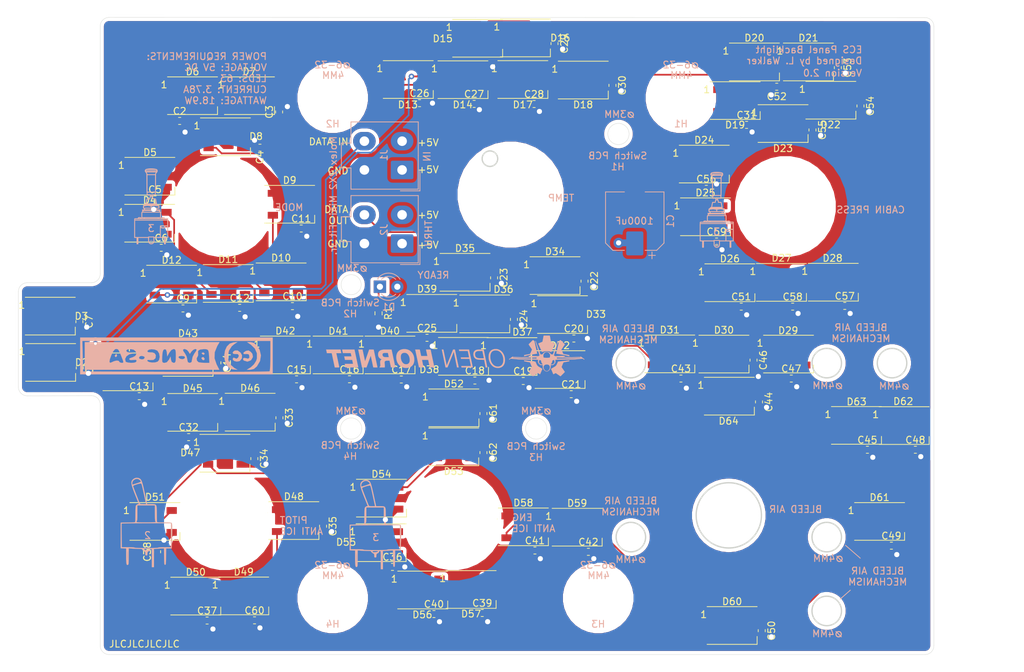
<source format=kicad_pcb>
(kicad_pcb (version 20171130) (host pcbnew "(5.1.6)-1")
  (layers (0 F.Cu signal) (31 B.Cu signal) (34 B.Paste user hide) (35 F.Paste user hide) (36 B.SilkS user) (37 F.SilkS user) (38 B.Mask user hide) (39 F.Mask user hide) (44 Edge.Cuts user))
  (net 0 "")
  (net 1 /LEDGND)
  (net 2 /LED+5V)
  (net 3 "Net-(D1-Pad1)")
  (net 4 "Net-(D2-Pad2)")
  (net 5 /DATAIN)
  (net 6 "Net-(D3-Pad2)")
  (net 7 "Net-(D4-Pad2)")
  (net 8 "Net-(D5-Pad2)")
  (net 9 "Net-(D6-Pad2)")
  (net 10 "Net-(D7-Pad2)")
  (net 11 "Net-(D8-Pad2)")
  (net 12 "Net-(D10-Pad4)")
  (net 13 "Net-(D10-Pad2)")
  (net 14 "Net-(D11-Pad2)")
  (net 15 "Net-(D12-Pad2)")
  (net 16 "Net-(D14-Pad2)")
  (net 17 "Net-(D15-Pad2)")
  (net 18 "Net-(D16-Pad2)")
  (net 19 "Net-(D17-Pad2)")
  (net 20 "Net-(D18-Pad2)")
  (net 21 "Net-(D19-Pad2)")
  (net 22 "Net-(D20-Pad2)")
  (net 23 "Net-(D21-Pad2)")
  (net 24 "Net-(D22-Pad2)")
  (net 25 "Net-(D23-Pad2)")
  (net 26 "Net-(D24-Pad2)")
  (net 27 "Net-(D26-Pad2)")
  (net 28 "Net-(D27-Pad2)")
  (net 29 "Net-(D28-Pad2)")
  (net 30 "Net-(D29-Pad2)")
  (net 31 "Net-(D30-Pad2)")
  (net 32 "Net-(D31-Pad2)")
  (net 33 "Net-(D32-Pad2)")
  (net 34 "Net-(D33-Pad2)")
  (net 35 "Net-(D34-Pad2)")
  (net 36 "Net-(D35-Pad2)")
  (net 37 "Net-(D36-Pad2)")
  (net 38 /DATAOUT)
  (net 39 "Net-(D38-Pad2)")
  (net 40 "Net-(D39-Pad2)")
  (net 41 "Net-(D40-Pad2)")
  (net 42 "Net-(D41-Pad2)")
  (net 43 "Net-(D42-Pad2)")
  (net 44 "Net-(D43-Pad2)")
  (net 45 "Net-(D44-Pad2)")
  (net 46 "Net-(D45-Pad2)")
  (net 47 "Net-(D46-Pad2)")
  (net 48 "Net-(D47-Pad2)")
  (net 49 "Net-(D48-Pad2)")
  (net 50 "Net-(D50-Pad2)")
  (net 51 "Net-(D51-Pad2)")
  (net 52 "Net-(D52-Pad2)")
  (net 53 "Net-(D53-Pad2)")
  (net 54 "Net-(D54-Pad2)")
  (net 55 "Net-(D55-Pad2)")
  (net 56 "Net-(D56-Pad2)")
  (net 57 "Net-(D57-Pad2)")
  (net 58 "Net-(D58-Pad2)")
  (net 59 "Net-(D59-Pad2)")
  (net 60 "Net-(D60-Pad2)")
  (net 61 "Net-(D61-Pad2)")
  (net 62 "Net-(D13-Pad2)")
  (net 63 "Net-(D25-Pad2)")
  (net 64 "Net-(D37-Pad2)")
  (net 65 "Net-(D49-Pad2)")
  (net 66 "Net-(D62-Pad2)")
  (net 67 "Net-(D63-Pad2)")
  (module OH_Backlighting:BR10K_Pot_11mm_x_11mm (layer F.Cu) (at 93.275 92.85 180)
    (fp_text reference REF** hide)
    (fp_text value BR10K_Pot_11mm_x_11mm hide)
    (pad "" np_thru_hole circle (at 0 0 180) (size 7.5 7.5) (drill 7.5) (layers *.Mask B.Cu) (clearance 4))
    (pad "" np_thru_hole circle (at 0 0 180) (size 7.5 7.5) (drill 7.5) (layers *.Mask F.Cu) (clearance 4))
  )
  (module OH_General:OH_LOGO_37.7mm_5.9mm (layer B.Cu) (at 85.2 116.4 180)
    (fp_text reference G*** hide)
    (fp_text value LOGO hide)
  )
  (module OH_General:CC-BY-NC-SA-Small (layer B.Cu) (at 44.6 116.4 180)
    (fp_text reference G*** hide)
    (fp_text value LOGO hide)
  )
  (module OH_Backlighting:OH_Panel_6-32_PHS (layer F.Cu) (at 67.31 151.7396)
    (fp_text reference REF** hide)
    (fp_text value OH_Panel_Fastner_Keepout hide)
    (fp_text user 4MM (at 0.075 -3.275 180) (layer B.SilkS) (effects (justify mirror)))
    (fp_text user H4 (at 0 3.81) (layer B.SilkS) (effects (justify mirror)))
    (fp_text user ⌀6-32 (at 0 -4.8) (layer B.SilkS) (effects (justify mirror)))
    (pad "" np_thru_hole circle (at 0 0) (size 4.3 4.3) (drill 4.3) (layers *.Cu *.Mask) (clearance 3))
  )
  (module OH_Backlighting:OH_Panel_6-32_PHS (layer F.Cu) (at 106.045 151.7396)
    (fp_text reference REF** hide)
    (fp_text value OH_Panel_Fastner_Keepout hide)
    (fp_text user 4MM (at 0.075 -3.275 180) (layer B.SilkS) (effects (justify mirror)))
    (fp_text user H3 (at 0 3.81) (layer B.SilkS) (effects (justify mirror)))
    (fp_text user ⌀6-32 (at 0 -4.8) (layer B.SilkS) (effects (justify mirror)))
    (pad "" np_thru_hole circle (at 0 0) (size 4.3 4.3) (drill 4.3) (layers *.Cu *.Mask) (clearance 3))
  )
  (module OH_Backlighting:OH_Panel_6-32_PHS (layer F.Cu) (at 118.11 78.7146)
    (fp_text reference REF** hide)
    (fp_text value OH_Panel_Fastner_Keepout hide)
    (fp_text user 4MM (at 0.075 -3.275 180) (layer B.SilkS) (effects (justify mirror)))
    (fp_text user H1 (at 0 3.81) (layer B.SilkS) (effects (justify mirror)))
    (fp_text user ⌀6-32 (at 0 -4.8) (layer B.SilkS) (effects (justify mirror)))
    (pad "" np_thru_hole circle (at 0 0) (size 4.3 4.3) (drill 4.3) (layers *.Cu *.Mask) (clearance 3))
  )
  (module OH_Backlighting:OH_Panel_6-32_PHS (layer F.Cu) (at 67.31 78.7146)
    (fp_text reference REF** hide)
    (fp_text value OH_Panel_Fastner_Keepout hide)
    (fp_text user 4MM (at 0.075 -3.275 180) (layer B.SilkS) (effects (justify mirror)))
    (fp_text user H2 (at 0 3.81) (layer B.SilkS) (effects (justify mirror)))
    (fp_text user ⌀6-32 (at 0 -4.8) (layer B.SilkS) (effects (justify mirror)))
    (pad "" np_thru_hole circle (at 0 0) (size 4.3 4.3) (drill 4.3) (layers *.Cu *.Mask) (clearance 3))
  )
  (module OH_Backlighting:631H_Toggle_13mm_x_13mm (layer F.Cu) (at 84.899499 140.3096)
    (fp_text reference REF** hide)
    (fp_text value 631H_Toggle_13mm_x_13mm hide)
    (pad "" np_thru_hole circle (at 0 0) (size 12.7 12.7) (drill 12.7) (layers B.Cu) (clearance 2.5))
    (pad "" np_thru_hole circle (at 0 0) (size 12.7 12.7) (drill 12.7) (layers *.Mask F.Cu) (clearance 1))
  )
  (module OH_Backlighting:631H_Toggle_Silkscreen (layer F.Cu) (at 73.5 141)
    (fp_text reference G*** hide)
    (fp_text value "631H Toggle" hide)
  )
  (module OH_Backlighting:631H_Toggle_Silkscreen (layer F.Cu) (at 40.1 140.7)
    (fp_text reference G*** hide)
    (fp_text value "631H Toggle" hide)
  )
  (module OH_Backlighting:631H_Toggle_13mm_x_13mm (layer F.Cu) (at 51.562 140.3096)
    (fp_text reference 5 hide)
    (fp_text value 631H_Toggle_13mm_x_13mm hide)
    (pad "" np_thru_hole circle (at 0 0) (size 12.7 12.7) (drill 12.7) (layers B.Cu) (clearance 2.5))
    (pad "" np_thru_hole circle (at 0 0) (size 12.7 12.7) (drill 12.7) (layers *.Mask F.Cu) (clearance 1))
  )
  (module OH_Backlighting:S3AL_Toggle_Silkscreen (layer F.Cu) (at 123.2 95.2)
    (fp_text reference G*** hide)
    (fp_text value "S3AL Toggle" hide)
    (fp_text user 3 (at 0.125 3.075) (layer B.SilkS) (effects (justify mirror)))
  )
  (module OH_Backlighting:SxAL_Toggle_13x13mm (layer F.Cu) (at 133.35 94.5896)
    (fp_text reference 3 hide)
    (fp_text value SxAL_Toggle_13x13mm hide)
    (pad "" np_thru_hole circle (at 0 0) (size 12.7 12.7) (drill 12.7) (layers *.Mask F.Cu) (clearance 1))
    (pad "" np_thru_hole circle (at 0 0) (size 12.7 12.7) (drill 12.7) (layers *.Mask B.Cu) (clearance 2.65))
  )
  (module OH_Backlighting:S3AL_Toggle_Silkscreen (layer F.Cu) (at 40.7 94.7)
    (fp_text reference G*** hide)
    (fp_text value "S3AL Toggle" hide)
    (fp_text user 3 (at 0.125 3.075) (layer B.SilkS) (effects (justify mirror)))
  )
  (module OH_Backlighting:SxAL_Toggle_13x13mm (layer F.Cu) (at 51.308 94.5896)
    (fp_text reference 1 hide)
    (fp_text value SxAL_Toggle_13x13mm hide)
    (pad "" np_thru_hole circle (at 0 0) (size 12.7 12.7) (drill 12.7) (layers *.Mask F.Cu) (clearance 1))
    (pad "" np_thru_hole circle (at 0 0) (size 12.7 12.7) (drill 12.7) (layers *.Mask B.Cu) (clearance 2.65))
  )
  (module LED_SMD:LED_WS2812B_PLCC4_5.0x5.0mm_P3.2mm (layer F.Cu) (at 51.6636 84.4042)
    (fp_text reference D8 (at 4.4704 -0.0508) (layer F.SilkS))
    (fp_text value WS2812B)
    (fp_text user 1 (at -4.15 -1.6) (layer F.SilkS))
    (pad 1 smd rect (at -2.45 -1.6) (size 1.5 1) (layers F.Cu F.Paste F.Mask) (net 2 /LED+5V))
    (pad 2 smd rect (at -2.45 1.6) (size 1.5 1) (layers F.Cu F.Paste F.Mask) (net 11 "Net-(D8-Pad2)"))
    (pad 4 smd rect (at 2.45 -1.6) (size 1.5 1) (layers F.Cu F.Paste F.Mask) (net 10 "Net-(D7-Pad2)"))
    (pad 3 smd rect (at 2.45 1.6) (size 1.5 1) (layers F.Cu F.Paste F.Mask) (net 1 /LEDGND))
  )
  (module Capacitor_SMD:C_0603_1608Metric (layer F.Cu) (at 89.3 130.512 270)
    (fp_text reference C62 (at 0 -1.43 90) (layer F.SilkS))
    (fp_text value C)
    (pad 2 smd roundrect (at 0.7875 0 270) (size 0.875 0.95) (layers F.Cu F.Paste F.Mask) (net 1 /LEDGND))
    (pad 1 smd roundrect (at -0.7875 0 270) (size 0.875 0.95) (layers F.Cu F.Paste F.Mask) (net 2 /LED+5V))
  )
  (module Capacitor_SMD:C_0603_1608Metric (layer F.Cu) (at 89.3 124.812 270)
    (fp_text reference C61 (at 0 -1.43 90) (layer F.SilkS))
    (fp_text value C)
    (pad 2 smd roundrect (at 0.7875 0 270) (size 0.875 0.95) (layers F.Cu F.Paste F.Mask) (net 1 /LEDGND))
    (pad 1 smd roundrect (at -0.7875 0 270) (size 0.875 0.95) (layers F.Cu F.Paste F.Mask) (net 2 /LED+5V))
  )
  (module Capacitor_SMD:C_0603_1608Metric (layer F.Cu) (at 55.9125 155)
    (fp_text reference C60 (at 0 -1.43) (layer F.SilkS))
    (fp_text value C)
    (pad 2 smd roundrect (at 0.7875 0) (size 0.875 0.95) (layers F.Cu F.Paste F.Mask) (net 1 /LEDGND))
    (pad 1 smd roundrect (at -0.7875 0) (size 0.875 0.95) (layers F.Cu F.Paste F.Mask) (net 2 /LED+5V))
  )
  (module Capacitor_SMD:C_0603_1608Metric (layer F.Cu) (at 123.312 99.7)
    (fp_text reference C59 (at 0 -1.43) (layer F.SilkS))
    (fp_text value C)
    (pad 2 smd roundrect (at 0.7875 0) (size 0.875 0.95) (layers F.Cu F.Paste F.Mask) (net 1 /LEDGND))
    (pad 1 smd roundrect (at -0.7875 0) (size 0.875 0.95) (layers F.Cu F.Paste F.Mask) (net 2 /LED+5V))
  )
  (module Capacitor_SMD:C_0603_1608Metric (layer F.Cu) (at 134.412 109.2)
    (fp_text reference C58 (at 0 -1.43) (layer F.SilkS))
    (fp_text value C)
    (pad 2 smd roundrect (at 0.7875 0) (size 0.875 0.95) (layers F.Cu F.Paste F.Mask) (net 1 /LEDGND))
    (pad 1 smd roundrect (at -0.7875 0) (size 0.875 0.95) (layers F.Cu F.Paste F.Mask) (net 2 /LED+5V))
  )
  (module Capacitor_SMD:C_0603_1608Metric (layer F.Cu) (at 142.012 109.1)
    (fp_text reference C57 (at 0 -1.43) (layer F.SilkS))
    (fp_text value C)
    (pad 2 smd roundrect (at 0.7875 0) (size 0.875 0.95) (layers F.Cu F.Paste F.Mask) (net 1 /LEDGND))
    (pad 1 smd roundrect (at -0.7875 0) (size 0.875 0.95) (layers F.Cu F.Paste F.Mask) (net 2 /LED+5V))
  )
  (module Capacitor_SMD:C_0603_1608Metric (layer F.Cu) (at 121.812 92)
    (fp_text reference C56 (at 0 -1.43) (layer F.SilkS))
    (fp_text value C)
    (pad 2 smd roundrect (at 0.7875 0) (size 0.875 0.95) (layers F.Cu F.Paste F.Mask) (net 1 /LEDGND))
    (pad 1 smd roundrect (at -0.7875 0) (size 0.875 0.95) (layers F.Cu F.Paste F.Mask) (net 2 /LED+5V))
  )
  (module Capacitor_SMD:C_0603_1608Metric (layer F.Cu) (at 137.3 83.4125 270)
    (fp_text reference C55 (at 0 -1.43 90) (layer F.SilkS))
    (fp_text value C)
    (pad 2 smd roundrect (at 0.7875 0 270) (size 0.875 0.95) (layers F.Cu F.Paste F.Mask) (net 1 /LEDGND))
    (pad 1 smd roundrect (at -0.7875 0 270) (size 0.875 0.95) (layers F.Cu F.Paste F.Mask) (net 2 /LED+5V))
  )
  (module Capacitor_SMD:C_0603_1608Metric (layer F.Cu) (at 144.3 79.9125 270)
    (fp_text reference C54 (at 0 -1.43 90) (layer F.SilkS))
    (fp_text value C)
    (pad 2 smd roundrect (at 0.7875 0 270) (size 0.875 0.95) (layers F.Cu F.Paste F.Mask) (net 1 /LEDGND))
    (pad 1 smd roundrect (at -0.7875 0 270) (size 0.875 0.95) (layers F.Cu F.Paste F.Mask) (net 2 /LED+5V))
  )
  (module Capacitor_SMD:C_0603_1608Metric (layer F.Cu) (at 141 74.3125 270)
    (fp_text reference C53 (at 0 -1.43 90) (layer F.SilkS))
    (fp_text value C)
    (pad 2 smd roundrect (at 0.7875 0 270) (size 0.875 0.95) (layers F.Cu F.Paste F.Mask) (net 1 /LEDGND))
    (pad 1 smd roundrect (at -0.7875 0 270) (size 0.875 0.95) (layers F.Cu F.Paste F.Mask) (net 2 /LED+5V))
  )
  (module Capacitor_SMD:C_0603_1608Metric (layer F.Cu) (at 132.088 77.1 180)
    (fp_text reference C52 (at 0 -1.43) (layer F.SilkS))
    (fp_text value C)
    (pad 2 smd roundrect (at 0.7875 0 180) (size 0.875 0.95) (layers F.Cu F.Paste F.Mask) (net 1 /LEDGND))
    (pad 1 smd roundrect (at -0.7875 0 180) (size 0.875 0.95) (layers F.Cu F.Paste F.Mask) (net 2 /LED+5V))
  )
  (module Capacitor_SMD:C_0603_1608Metric (layer F.Cu) (at 126.912 109.2)
    (fp_text reference C51 (at 0 -1.43) (layer F.SilkS))
    (fp_text value C)
    (pad 2 smd roundrect (at 0.7875 0) (size 0.875 0.95) (layers F.Cu F.Paste F.Mask) (net 1 /LEDGND))
    (pad 1 smd roundrect (at -0.7875 0) (size 0.875 0.95) (layers F.Cu F.Paste F.Mask) (net 2 /LED+5V))
  )
  (module Capacitor_SMD:C_0603_1608Metric (layer F.Cu) (at 129.9 156.512 270)
    (fp_text reference C50 (at 0 -1.43 90) (layer F.SilkS))
    (fp_text value C)
    (pad 2 smd roundrect (at 0.7875 0 270) (size 0.875 0.95) (layers F.Cu F.Paste F.Mask) (net 1 /LEDGND))
    (pad 1 smd roundrect (at -0.7875 0 270) (size 0.875 0.95) (layers F.Cu F.Paste F.Mask) (net 2 /LED+5V))
  )
  (module Capacitor_SMD:C_0603_1608Metric (layer F.Cu) (at 148.812 144.1)
    (fp_text reference C49 (at 0 -1.43) (layer F.SilkS))
    (fp_text value C)
    (pad 2 smd roundrect (at 0.7875 0) (size 0.875 0.95) (layers F.Cu F.Paste F.Mask) (net 1 /LEDGND))
    (pad 1 smd roundrect (at -0.7875 0) (size 0.875 0.95) (layers F.Cu F.Paste F.Mask) (net 2 /LED+5V))
  )
  (module Capacitor_SMD:C_0603_1608Metric (layer F.Cu) (at 152.312 130.1)
    (fp_text reference C48 (at 0 -1.43) (layer F.SilkS))
    (fp_text value C)
    (pad 2 smd roundrect (at 0.7875 0) (size 0.875 0.95) (layers F.Cu F.Paste F.Mask) (net 1 /LEDGND))
    (pad 1 smd roundrect (at -0.7875 0) (size 0.875 0.95) (layers F.Cu F.Paste F.Mask) (net 2 /LED+5V))
  )
  (module Capacitor_SMD:C_0603_1608Metric (layer F.Cu) (at 134.212 119.7)
    (fp_text reference C47 (at 0 -1.43) (layer F.SilkS))
    (fp_text value C)
    (pad 2 smd roundrect (at 0.7875 0) (size 0.875 0.95) (layers F.Cu F.Paste F.Mask) (net 1 /LEDGND))
    (pad 1 smd roundrect (at -0.7875 0) (size 0.875 0.95) (layers F.Cu F.Paste F.Mask) (net 2 /LED+5V))
  )
  (module Capacitor_SMD:C_0603_1608Metric (layer F.Cu) (at 128.7 117.012 270)
    (fp_text reference C46 (at 0 -1.43 90) (layer F.SilkS))
    (fp_text value C)
    (pad 2 smd roundrect (at 0.7875 0 270) (size 0.875 0.95) (layers F.Cu F.Paste F.Mask) (net 1 /LEDGND))
    (pad 1 smd roundrect (at -0.7875 0 270) (size 0.875 0.95) (layers F.Cu F.Paste F.Mask) (net 2 /LED+5V))
  )
  (module Capacitor_SMD:C_0603_1608Metric (layer F.Cu) (at 145.312 130.1)
    (fp_text reference C45 (at 0 -1.43) (layer F.SilkS))
    (fp_text value C)
    (pad 2 smd roundrect (at 0.7875 0) (size 0.875 0.95) (layers F.Cu F.Paste F.Mask) (net 1 /LEDGND))
    (pad 1 smd roundrect (at -0.7875 0) (size 0.875 0.95) (layers F.Cu F.Paste F.Mask) (net 2 /LED+5V))
  )
  (module Capacitor_SMD:C_0603_1608Metric (layer F.Cu) (at 129.5 123.112 270)
    (fp_text reference C44 (at 0 -1.43 90) (layer F.SilkS))
    (fp_text value C)
    (pad 2 smd roundrect (at 0.7875 0 270) (size 0.875 0.95) (layers F.Cu F.Paste F.Mask) (net 1 /LEDGND))
    (pad 1 smd roundrect (at -0.7875 0 270) (size 0.875 0.95) (layers F.Cu F.Paste F.Mask) (net 2 /LED+5V))
  )
  (module Capacitor_SMD:C_0603_1608Metric (layer F.Cu) (at 118.112 119.7)
    (fp_text reference C43 (at 0 -1.43) (layer F.SilkS))
    (fp_text value C)
    (pad 2 smd roundrect (at 0.7875 0) (size 0.875 0.95) (layers F.Cu F.Paste F.Mask) (net 1 /LEDGND))
    (pad 1 smd roundrect (at -0.7875 0) (size 0.875 0.95) (layers F.Cu F.Paste F.Mask) (net 2 /LED+5V))
  )
  (module Capacitor_SMD:C_0603_1608Metric (layer F.Cu) (at 104.612 145)
    (fp_text reference C42 (at 0 -1.43) (layer F.SilkS))
    (fp_text value C)
    (pad 2 smd roundrect (at 0.7875 0) (size 0.875 0.95) (layers F.Cu F.Paste F.Mask) (net 1 /LEDGND))
    (pad 1 smd roundrect (at -0.7875 0) (size 0.875 0.95) (layers F.Cu F.Paste F.Mask) (net 2 /LED+5V))
  )
  (module Capacitor_SMD:C_0603_1608Metric (layer F.Cu) (at 96.8125 144.8)
    (fp_text reference C41 (at 0 -1.43) (layer F.SilkS))
    (fp_text value C)
    (pad 2 smd roundrect (at 0.7875 0) (size 0.875 0.95) (layers F.Cu F.Paste F.Mask) (net 1 /LEDGND))
    (pad 1 smd roundrect (at -0.7875 0) (size 0.875 0.95) (layers F.Cu F.Paste F.Mask) (net 2 /LED+5V))
  )
  (module Capacitor_SMD:C_0603_1608Metric (layer F.Cu) (at 82.0825 154.08)
    (fp_text reference C40 (at 0 -1.43) (layer F.SilkS))
    (fp_text value C)
    (pad 2 smd roundrect (at 0.7875 0) (size 0.875 0.95) (layers F.Cu F.Paste F.Mask) (net 1 /LEDGND))
    (pad 1 smd roundrect (at -0.7875 0) (size 0.875 0.95) (layers F.Cu F.Paste F.Mask) (net 2 /LED+5V))
  )
  (module Capacitor_SMD:C_0603_1608Metric (layer F.Cu) (at 89.1285 153.924)
    (fp_text reference C39 (at 0 -1.43) (layer F.SilkS))
    (fp_text value C)
    (pad 2 smd roundrect (at 0.7875 0) (size 0.875 0.95) (layers F.Cu F.Paste F.Mask) (net 1 /LEDGND))
    (pad 1 smd roundrect (at -0.7875 0) (size 0.875 0.95) (layers F.Cu F.Paste F.Mask) (net 2 /LED+5V))
  )
  (module Capacitor_SMD:C_0603_1608Metric (layer F.Cu) (at 41.7 144.9875 90)
    (fp_text reference C38 (at 0 -1.43 90) (layer F.SilkS))
    (fp_text value C)
    (pad 2 smd roundrect (at 0.7875 0 90) (size 0.875 0.95) (layers F.Cu F.Paste F.Mask) (net 1 /LEDGND))
    (pad 1 smd roundrect (at -0.7875 0 90) (size 0.875 0.95) (layers F.Cu F.Paste F.Mask) (net 2 /LED+5V))
  )
  (module Capacitor_SMD:C_0603_1608Metric (layer F.Cu) (at 48.9925 155.03)
    (fp_text reference C37 (at 0 -1.43) (layer F.SilkS))
    (fp_text value C)
    (pad 2 smd roundrect (at 0.7875 0) (size 0.875 0.95) (layers F.Cu F.Paste F.Mask) (net 1 /LEDGND))
    (pad 1 smd roundrect (at -0.7875 0) (size 0.875 0.95) (layers F.Cu F.Paste F.Mask) (net 2 /LED+5V))
  )
  (module Capacitor_SMD:C_0603_1608Metric (layer F.Cu) (at 76.0325 147.2)
    (fp_text reference C36 (at 0 -1.43) (layer F.SilkS))
    (fp_text value C)
    (pad 2 smd roundrect (at 0.7875 0) (size 0.875 0.95) (layers F.Cu F.Paste F.Mask) (net 1 /LEDGND))
    (pad 1 smd roundrect (at -0.7875 0) (size 0.875 0.95) (layers F.Cu F.Paste F.Mask) (net 2 /LED+5V))
  )
  (module Capacitor_SMD:C_0603_1608Metric (layer F.Cu) (at 65.91 141.262 270)
    (fp_text reference C35 (at 0 -1.43 90) (layer F.SilkS))
    (fp_text value C)
    (pad 2 smd roundrect (at 0.7875 0 270) (size 0.875 0.95) (layers F.Cu F.Paste F.Mask) (net 1 /LEDGND))
    (pad 1 smd roundrect (at -0.7875 0 270) (size 0.875 0.95) (layers F.Cu F.Paste F.Mask) (net 2 /LED+5V))
  )
  (module Capacitor_SMD:C_0603_1608Metric (layer F.Cu) (at 55.88 131.392 270)
    (fp_text reference C34 (at 0 -1.43 90) (layer F.SilkS))
    (fp_text value C)
    (pad 2 smd roundrect (at 0.7875 0 270) (size 0.875 0.95) (layers F.Cu F.Paste F.Mask) (net 1 /LEDGND))
    (pad 1 smd roundrect (at -0.7875 0 270) (size 0.875 0.95) (layers F.Cu F.Paste F.Mask) (net 2 /LED+5V))
  )
  (module Capacitor_SMD:C_0603_1608Metric (layer F.Cu) (at 59.54 125.432 270)
    (fp_text reference C33 (at 0 -1.43 90) (layer F.SilkS))
    (fp_text value C)
    (pad 2 smd roundrect (at 0.7875 0 270) (size 0.875 0.95) (layers F.Cu F.Paste F.Mask) (net 1 /LEDGND))
    (pad 1 smd roundrect (at -0.7875 0 270) (size 0.875 0.95) (layers F.Cu F.Paste F.Mask) (net 2 /LED+5V))
  )
  (module Capacitor_SMD:C_0603_1608Metric (layer F.Cu) (at 46.3025 128.25)
    (fp_text reference C32 (at 0 -1.43) (layer F.SilkS))
    (fp_text value C)
    (pad 2 smd roundrect (at 0.7875 0) (size 0.875 0.95) (layers F.Cu F.Paste F.Mask) (net 1 /LEDGND))
    (pad 1 smd roundrect (at -0.7875 0) (size 0.875 0.95) (layers F.Cu F.Paste F.Mask) (net 2 /LED+5V))
  )
  (module Connector_Molex:Molex_Mini-Fit_Jr_5566-04A_2x02_P4.20mm_Vertical (layer B.Cu) (at 77.436 100 90)
    (fp_text reference J2 (at 2.0276 -2.636 90) (layer B.SilkS) (effects (justify mirror)))
    (fp_text value Conn_01x04_Female)
    (pad 4 thru_hole oval (at 4.2 -5.5 90) (size 2.7 3.3) (drill 1.4) (layers *.Cu *.Mask) (net 38 /DATAOUT))
    (pad 3 thru_hole oval (at 0 -5.5 90) (size 2.7 3.3) (drill 1.4) (layers *.Cu *.Mask) (net 1 /LEDGND))
    (pad 2 thru_hole oval (at 4.2 0 90) (size 2.7 3.3) (drill 1.4) (layers *.Cu *.Mask) (net 2 /LED+5V))
    (pad 1 thru_hole roundrect (at 0 0 90) (size 2.7 3.3) (drill 1.4) (layers *.Cu *.Mask) (roundrect_rratio 0.09259299999999999) (net 2 /LED+5V))
  )
  (module Connector_Molex:Molex_Mini-Fit_Jr_5566-04A_2x02_P4.20mm_Vertical (layer B.Cu) (at 77.436 89.2486 90)
    (fp_text reference J1 (at 2.1486 -2.636 90) (layer B.SilkS) (effects (justify mirror)))
    (fp_text value Conn_01x04_Female)
    (pad 4 thru_hole oval (at 4.2 -5.5 90) (size 2.7 3.3) (drill 1.4) (layers *.Cu *.Mask) (net 5 /DATAIN))
    (pad 3 thru_hole oval (at 0 -5.5 90) (size 2.7 3.3) (drill 1.4) (layers *.Cu *.Mask) (net 1 /LEDGND))
    (pad 2 thru_hole oval (at 4.2 0 90) (size 2.7 3.3) (drill 1.4) (layers *.Cu *.Mask) (net 2 /LED+5V))
    (pad 1 thru_hole roundrect (at 0 0 90) (size 2.7 3.3) (drill 1.4) (layers *.Cu *.Mask) (roundrect_rratio 0.09259299999999999) (net 2 /LED+5V))
  )
  (module Capacitor_SMD:C_0603_1608Metric (layer F.Cu) (at 127.688 82.67)
    (fp_text reference C31 (at 0 -1.43) (layer F.SilkS))
    (fp_text value C)
    (pad 2 smd roundrect (at 0.7875 0) (size 0.875 0.95) (layers F.Cu F.Paste F.Mask) (net 1 /LEDGND))
    (pad 1 smd roundrect (at -0.7875 0) (size 0.875 0.95) (layers F.Cu F.Paste F.Mask) (net 2 /LED+5V))
  )
  (module Capacitor_SMD:C_0603_1608Metric (layer F.Cu) (at 108.12 76.9025 270)
    (fp_text reference C30 (at 0 -1.43 90) (layer F.SilkS))
    (fp_text value C)
    (pad 2 smd roundrect (at 0.7875 0 270) (size 0.875 0.95) (layers F.Cu F.Paste F.Mask) (net 1 /LEDGND))
    (pad 1 smd roundrect (at -0.7875 0 270) (size 0.875 0.95) (layers F.Cu F.Paste F.Mask) (net 2 /LED+5V))
  )
  (module Capacitor_SMD:C_0603_1608Metric (layer F.Cu) (at 99.67 70.8025 270)
    (fp_text reference C29 (at 0 -1.43 90) (layer F.SilkS))
    (fp_text value C)
    (pad 2 smd roundrect (at 0.7875 0 270) (size 0.875 0.95) (layers F.Cu F.Paste F.Mask) (net 1 /LEDGND))
    (pad 1 smd roundrect (at -0.7875 0 270) (size 0.875 0.95) (layers F.Cu F.Paste F.Mask) (net 2 /LED+5V))
  )
  (module Capacitor_SMD:C_0603_1608Metric (layer F.Cu) (at 96.6925 79.63)
    (fp_text reference C28 (at 0 -1.43) (layer F.SilkS))
    (fp_text value C)
    (pad 2 smd roundrect (at 0.7875 0) (size 0.875 0.95) (layers F.Cu F.Paste F.Mask) (net 1 /LEDGND))
    (pad 1 smd roundrect (at -0.7875 0) (size 0.875 0.95) (layers F.Cu F.Paste F.Mask) (net 2 /LED+5V))
  )
  (module Capacitor_SMD:C_0603_1608Metric (layer F.Cu) (at 87.9425 79.61)
    (fp_text reference C27 (at 0 -1.43) (layer F.SilkS))
    (fp_text value C)
    (pad 2 smd roundrect (at 0.7875 0) (size 0.875 0.95) (layers F.Cu F.Paste F.Mask) (net 1 /LEDGND))
    (pad 1 smd roundrect (at -0.7875 0) (size 0.875 0.95) (layers F.Cu F.Paste F.Mask) (net 2 /LED+5V))
  )
  (module Capacitor_SMD:C_0603_1608Metric (layer F.Cu) (at 79.9825 79.5)
    (fp_text reference C26 (at 0 -1.43) (layer F.SilkS))
    (fp_text value C)
    (pad 2 smd roundrect (at 0.7875 0) (size 0.875 0.95) (layers F.Cu F.Paste F.Mask) (net 1 /LEDGND))
    (pad 1 smd roundrect (at -0.7875 0) (size 0.875 0.95) (layers F.Cu F.Paste F.Mask) (net 2 /LED+5V))
  )
  (module Capacitor_SMD:C_0603_1608Metric (layer F.Cu) (at 81.0725 113.76)
    (fp_text reference C25 (at 0 -1.43) (layer F.SilkS))
    (fp_text value C)
    (pad 2 smd roundrect (at 0.7875 0) (size 0.875 0.95) (layers F.Cu F.Paste F.Mask) (net 1 /LEDGND))
    (pad 1 smd roundrect (at -0.7875 0) (size 0.875 0.95) (layers F.Cu F.Paste F.Mask) (net 2 /LED+5V))
  )
  (module Capacitor_SMD:C_0603_1608Metric (layer F.Cu) (at 93.75 111.068 270)
    (fp_text reference C24 (at 0 -1.43 90) (layer F.SilkS))
    (fp_text value C)
    (pad 2 smd roundrect (at 0.7875 0 270) (size 0.875 0.95) (layers F.Cu F.Paste F.Mask) (net 1 /LEDGND))
    (pad 1 smd roundrect (at -0.7875 0 270) (size 0.875 0.95) (layers F.Cu F.Paste F.Mask) (net 2 /LED+5V))
  )
  (module Capacitor_SMD:C_0603_1608Metric (layer F.Cu) (at 90.86 105.002 270)
    (fp_text reference C23 (at 0 -1.43 90) (layer F.SilkS))
    (fp_text value C)
    (pad 2 smd roundrect (at 0.7875 0 270) (size 0.875 0.95) (layers F.Cu F.Paste F.Mask) (net 1 /LEDGND))
    (pad 1 smd roundrect (at -0.7875 0 270) (size 0.875 0.95) (layers F.Cu F.Paste F.Mask) (net 2 /LED+5V))
  )
  (module Capacitor_SMD:C_0603_1608Metric (layer F.Cu) (at 104.05 105.482 270)
    (fp_text reference C22 (at 0 -1.43 90) (layer F.SilkS))
    (fp_text value C)
    (pad 2 smd roundrect (at 0.7875 0 270) (size 0.875 0.95) (layers F.Cu F.Paste F.Mask) (net 1 /LEDGND))
    (pad 1 smd roundrect (at -0.7875 0 270) (size 0.875 0.95) (layers F.Cu F.Paste F.Mask) (net 2 /LED+5V))
  )
  (module Capacitor_SMD:C_0603_1608Metric (layer F.Cu) (at 102.11 121.99)
    (fp_text reference C21 (at 0 -1.43) (layer F.SilkS))
    (fp_text value C)
    (pad 2 smd roundrect (at 0.7875 0) (size 0.875 0.95) (layers F.Cu F.Paste F.Mask) (net 1 /LEDGND))
    (pad 1 smd roundrect (at -0.7875 0) (size 0.875 0.95) (layers F.Cu F.Paste F.Mask) (net 2 /LED+5V))
  )
  (module Capacitor_SMD:C_0603_1608Metric (layer F.Cu) (at 102.492 113.86)
    (fp_text reference C20 (at 0 -1.43) (layer F.SilkS))
    (fp_text value C)
    (pad 2 smd roundrect (at 0.7875 0) (size 0.875 0.95) (layers F.Cu F.Paste F.Mask) (net 1 /LEDGND))
    (pad 1 smd roundrect (at -0.7875 0) (size 0.875 0.95) (layers F.Cu F.Paste F.Mask) (net 2 /LED+5V))
  )
  (module Capacitor_SMD:C_0603_1608Metric (layer F.Cu) (at 95.11 120.06)
    (fp_text reference C19 (at 0 -1.43) (layer F.SilkS))
    (fp_text value C)
    (pad 2 smd roundrect (at 0.7875 0) (size 0.875 0.95) (layers F.Cu F.Paste F.Mask) (net 1 /LEDGND))
    (pad 1 smd roundrect (at -0.7875 0) (size 0.875 0.95) (layers F.Cu F.Paste F.Mask) (net 2 /LED+5V))
  )
  (module Capacitor_SMD:C_0603_1608Metric (layer F.Cu) (at 88.0525 119.99)
    (fp_text reference C18 (at 0 -1.43) (layer F.SilkS))
    (fp_text value C)
    (pad 2 smd roundrect (at 0.7875 0) (size 0.875 0.95) (layers F.Cu F.Paste F.Mask) (net 1 /LEDGND))
    (pad 1 smd roundrect (at -0.7875 0) (size 0.875 0.95) (layers F.Cu F.Paste F.Mask) (net 2 /LED+5V))
  )
  (module Capacitor_SMD:C_0603_1608Metric (layer F.Cu) (at 77.3225 119.84)
    (fp_text reference C17 (at 0 -1.43) (layer F.SilkS))
    (fp_text value C)
    (pad 2 smd roundrect (at 0.7875 0) (size 0.875 0.95) (layers F.Cu F.Paste F.Mask) (net 1 /LEDGND))
    (pad 1 smd roundrect (at -0.7875 0) (size 0.875 0.95) (layers F.Cu F.Paste F.Mask) (net 2 /LED+5V))
  )
  (module Capacitor_SMD:C_0603_1608Metric (layer F.Cu) (at 69.7625 119.81)
    (fp_text reference C16 (at 0 -1.43) (layer F.SilkS))
    (fp_text value C)
    (pad 2 smd roundrect (at 0.7875 0) (size 0.875 0.95) (layers F.Cu F.Paste F.Mask) (net 1 /LEDGND))
    (pad 1 smd roundrect (at -0.7875 0) (size 0.875 0.95) (layers F.Cu F.Paste F.Mask) (net 2 /LED+5V))
  )
  (module Capacitor_SMD:C_0603_1608Metric (layer F.Cu) (at 62.0425 119.82)
    (fp_text reference C15 (at 0 -1.43) (layer F.SilkS))
    (fp_text value C)
    (pad 2 smd roundrect (at 0.7875 0) (size 0.875 0.95) (layers F.Cu F.Paste F.Mask) (net 1 /LEDGND))
    (pad 1 smd roundrect (at -0.7875 0) (size 0.875 0.95) (layers F.Cu F.Paste F.Mask) (net 2 /LED+5V))
  )
  (module Capacitor_SMD:C_0603_1608Metric (layer F.Cu) (at 50.49 117.412 270)
    (fp_text reference C14 (at 0 -1.43 90) (layer F.SilkS))
    (fp_text value C)
    (pad 2 smd roundrect (at 0.7875 0 270) (size 0.875 0.95) (layers F.Cu F.Paste F.Mask) (net 1 /LEDGND))
    (pad 1 smd roundrect (at -0.7875 0 270) (size 0.875 0.95) (layers F.Cu F.Paste F.Mask) (net 2 /LED+5V))
  )
  (module Capacitor_SMD:C_0603_1608Metric (layer F.Cu) (at 39.0925 122.28)
    (fp_text reference C13 (at 0 -1.43) (layer F.SilkS))
    (fp_text value C)
    (pad 2 smd roundrect (at 0.7875 0) (size 0.875 0.95) (layers F.Cu F.Paste F.Mask) (net 1 /LEDGND))
    (pad 1 smd roundrect (at -0.7875 0) (size 0.875 0.95) (layers F.Cu F.Paste F.Mask) (net 2 /LED+5V))
  )
  (module Capacitor_SMD:C_0603_1608Metric (layer F.Cu) (at 53.7425 109.38)
    (fp_text reference C12 (at 0 -1.43) (layer F.SilkS))
    (fp_text value C)
    (pad 2 smd roundrect (at 0.7875 0) (size 0.875 0.95) (layers F.Cu F.Paste F.Mask) (net 1 /LEDGND))
    (pad 1 smd roundrect (at -0.7875 0) (size 0.875 0.95) (layers F.Cu F.Paste F.Mask) (net 2 /LED+5V))
  )
  (module Capacitor_SMD:C_0603_1608Metric (layer F.Cu) (at 62.7225 97.8)
    (fp_text reference C11 (at 0 -1.43) (layer F.SilkS))
    (fp_text value C)
    (pad 2 smd roundrect (at 0.7875 0) (size 0.875 0.95) (layers F.Cu F.Paste F.Mask) (net 1 /LEDGND))
    (pad 1 smd roundrect (at -0.7875 0) (size 0.875 0.95) (layers F.Cu F.Paste F.Mask) (net 2 /LED+5V))
  )
  (module Capacitor_SMD:C_0603_1608Metric (layer F.Cu) (at 61.4425 109.13)
    (fp_text reference C10 (at 0 -1.43) (layer F.SilkS))
    (fp_text value C)
    (pad 2 smd roundrect (at 0.7875 0) (size 0.875 0.95) (layers F.Cu F.Paste F.Mask) (net 1 /LEDGND))
    (pad 1 smd roundrect (at -0.7875 0) (size 0.875 0.95) (layers F.Cu F.Paste F.Mask) (net 2 /LED+5V))
  )
  (module Capacitor_SMD:C_0603_1608Metric (layer F.Cu) (at 45.4725 109.47)
    (fp_text reference C9 (at 0 -1.43) (layer F.SilkS))
    (fp_text value C)
    (pad 2 smd roundrect (at 0.7875 0) (size 0.875 0.95) (layers F.Cu F.Paste F.Mask) (net 1 /LEDGND))
    (pad 1 smd roundrect (at -0.7875 0) (size 0.875 0.95) (layers F.Cu F.Paste F.Mask) (net 2 /LED+5V))
  )
  (module Capacitor_SMD:C_0603_1608Metric (layer F.Cu) (at 30.42 118.152 270)
    (fp_text reference C8 (at 0 -1.43 90) (layer F.SilkS))
    (fp_text value C)
    (pad 2 smd roundrect (at 0.7875 0 270) (size 0.875 0.95) (layers F.Cu F.Paste F.Mask) (net 1 /LEDGND))
    (pad 1 smd roundrect (at -0.7875 0 270) (size 0.875 0.95) (layers F.Cu F.Paste F.Mask) (net 2 /LED+5V))
  )
  (module Capacitor_SMD:C_0603_1608Metric (layer F.Cu) (at 30.36 111.402 270)
    (fp_text reference C7 (at 0 -1.43 90) (layer F.SilkS))
    (fp_text value C)
    (pad 2 smd roundrect (at 0.7875 0 270) (size 0.875 0.95) (layers F.Cu F.Paste F.Mask) (net 1 /LEDGND))
    (pad 1 smd roundrect (at -0.7875 0 270) (size 0.875 0.95) (layers F.Cu F.Paste F.Mask) (net 2 /LED+5V))
  )
  (module Capacitor_SMD:C_0603_1608Metric (layer F.Cu) (at 42.3025 100.61)
    (fp_text reference C6 (at 0 -1.43) (layer F.SilkS))
    (fp_text value C)
    (pad 2 smd roundrect (at 0.7875 0) (size 0.875 0.95) (layers F.Cu F.Paste F.Mask) (net 1 /LEDGND))
    (pad 1 smd roundrect (at -0.7875 0) (size 0.875 0.95) (layers F.Cu F.Paste F.Mask) (net 2 /LED+5V))
  )
  (module Capacitor_SMD:C_0603_1608Metric (layer F.Cu) (at 41.3925 93.54)
    (fp_text reference C5 (at 0 -1.43) (layer F.SilkS))
    (fp_text value C)
    (pad 2 smd roundrect (at 0.7875 0) (size 0.875 0.95) (layers F.Cu F.Paste F.Mask) (net 1 /LEDGND))
    (pad 1 smd roundrect (at -0.7875 0) (size 0.875 0.95) (layers F.Cu F.Paste F.Mask) (net 2 /LED+5V))
  )
  (module Capacitor_SMD:C_0603_1608Metric (layer F.Cu) (at 56.7 86 180)
    (fp_text reference C4 (at 0 -1.43 270) (layer F.SilkS))
    (fp_text value C)
    (pad 2 smd roundrect (at 0.7875 0 180) (size 0.875 0.95) (layers F.Cu F.Paste F.Mask) (net 1 /LEDGND))
    (pad 1 smd roundrect (at -0.7875 0 180) (size 0.875 0.95) (layers F.Cu F.Paste F.Mask) (net 2 /LED+5V))
  )
  (module Capacitor_SMD:C_0603_1608Metric (layer F.Cu) (at 59.5 80.7875 90)
    (fp_text reference C3 (at 0 -1.43 90) (layer F.SilkS))
    (fp_text value C)
    (pad 2 smd roundrect (at 0.7875 0 90) (size 0.875 0.95) (layers F.Cu F.Paste F.Mask) (net 1 /LEDGND))
    (pad 1 smd roundrect (at -0.7875 0 90) (size 0.875 0.95) (layers F.Cu F.Paste F.Mask) (net 2 /LED+5V))
  )
  (module Capacitor_SMD:C_0603_1608Metric (layer F.Cu) (at 44.9875 82.1)
    (fp_text reference C2 (at 0 -1.43) (layer F.SilkS))
    (fp_text value C)
    (pad 2 smd roundrect (at 0.7875 0) (size 0.875 0.95) (layers F.Cu F.Paste F.Mask) (net 1 /LEDGND))
    (pad 1 smd roundrect (at -0.7875 0) (size 0.875 0.95) (layers F.Cu F.Paste F.Mask) (net 2 /LED+5V))
  )
  (module Resistor_SMD:R_0603_1608Metric (layer F.Cu) (at 74 110.175 270)
    (fp_text reference R1 (at 0 -1.43 90) (layer F.SilkS))
    (fp_text value R)
    (pad 2 smd roundrect (at 0.825 0 270) (size 0.8 0.95) (layers F.Cu F.Paste F.Mask) (net 1 /LEDGND))
    (pad 1 smd roundrect (at -0.825 0 270) (size 0.8 0.95) (layers F.Cu F.Paste F.Mask) (net 3 "Net-(D1-Pad1)"))
  )
  (module LED_SMD:LED_WS2812B_PLCC4_5.0x5.0mm_P3.2mm (layer F.Cu) (at 125.171 122.276)
    (fp_text reference D64 (at -0.1016 3.6322) (layer F.SilkS))
    (fp_text value WS2812B)
    (fp_text user 1 (at -4.15 -1.6) (layer F.SilkS))
    (pad 1 smd rect (at -2.45 -1.6) (size 1.5 1) (layers F.Cu F.Paste F.Mask) (net 2 /LED+5V))
    (pad 2 smd rect (at -2.45 1.6) (size 1.5 1) (layers F.Cu F.Paste F.Mask) (net 38 /DATAOUT))
    (pad 4 smd rect (at 2.45 -1.6) (size 1.5 1) (layers F.Cu F.Paste F.Mask) (net 67 "Net-(D63-Pad2)"))
    (pad 3 smd rect (at 2.45 1.6) (size 1.5 1) (layers F.Cu F.Paste F.Mask) (net 1 /LEDGND))
  )
  (module LED_SMD:LED_WS2812B_PLCC4_5.0x5.0mm_P3.2mm (layer F.Cu) (at 143.713 126.543)
    (fp_text reference D63 (at 0.0256 -3.4546) (layer F.SilkS))
    (fp_text value WS2812B)
    (fp_text user 1 (at -4.15 -1.6) (layer F.SilkS))
    (pad 1 smd rect (at -2.45 -1.6) (size 1.5 1) (layers F.Cu F.Paste F.Mask) (net 2 /LED+5V))
    (pad 2 smd rect (at -2.45 1.6) (size 1.5 1) (layers F.Cu F.Paste F.Mask) (net 67 "Net-(D63-Pad2)"))
    (pad 4 smd rect (at 2.45 -1.6) (size 1.5 1) (layers F.Cu F.Paste F.Mask) (net 66 "Net-(D62-Pad2)"))
    (pad 3 smd rect (at 2.45 1.6) (size 1.5 1) (layers F.Cu F.Paste F.Mask) (net 1 /LEDGND))
  )
  (module LED_SMD:LED_WS2812B_PLCC4_5.0x5.0mm_P3.2mm (layer F.Cu) (at 150.673 126.568)
    (fp_text reference D62 (at -0.127 -3.5306) (layer F.SilkS))
    (fp_text value WS2812B)
    (fp_text user 1 (at -4.15 -1.6) (layer F.SilkS))
    (pad 1 smd rect (at -2.45 -1.6) (size 1.5 1) (layers F.Cu F.Paste F.Mask) (net 2 /LED+5V))
    (pad 2 smd rect (at -2.45 1.6) (size 1.5 1) (layers F.Cu F.Paste F.Mask) (net 66 "Net-(D62-Pad2)"))
    (pad 4 smd rect (at 2.45 -1.6) (size 1.5 1) (layers F.Cu F.Paste F.Mask) (net 61 "Net-(D61-Pad2)"))
    (pad 3 smd rect (at 2.45 1.6) (size 1.5 1) (layers F.Cu F.Paste F.Mask) (net 1 /LEDGND))
  )
  (module LED_SMD:LED_WS2812B_PLCC4_5.0x5.0mm_P3.2mm (layer F.Cu) (at 147.091 140.564)
    (fp_text reference D61 (at 0 -3.5) (layer F.SilkS))
    (fp_text value WS2812B)
    (fp_text user 1 (at -4.15 -1.6) (layer F.SilkS))
    (pad 1 smd rect (at -2.45 -1.6) (size 1.5 1) (layers F.Cu F.Paste F.Mask) (net 2 /LED+5V))
    (pad 2 smd rect (at -2.45 1.6) (size 1.5 1) (layers F.Cu F.Paste F.Mask) (net 61 "Net-(D61-Pad2)"))
    (pad 4 smd rect (at 2.45 -1.6) (size 1.5 1) (layers F.Cu F.Paste F.Mask) (net 60 "Net-(D60-Pad2)"))
    (pad 3 smd rect (at 2.45 1.6) (size 1.5 1) (layers F.Cu F.Paste F.Mask) (net 1 /LEDGND))
  )
  (module LED_SMD:LED_WS2812B_PLCC4_5.0x5.0mm_P3.2mm (layer F.Cu) (at 125.578 155.753)
    (fp_text reference D60 (at 0 -3.5) (layer F.SilkS))
    (fp_text value WS2812B)
    (fp_text user 1 (at -4.15 -1.6) (layer F.SilkS))
    (pad 1 smd rect (at -2.45 -1.6) (size 1.5 1) (layers F.Cu F.Paste F.Mask) (net 2 /LED+5V))
    (pad 2 smd rect (at -2.45 1.6) (size 1.5 1) (layers F.Cu F.Paste F.Mask) (net 60 "Net-(D60-Pad2)"))
    (pad 4 smd rect (at 2.45 -1.6) (size 1.5 1) (layers F.Cu F.Paste F.Mask) (net 59 "Net-(D59-Pad2)"))
    (pad 3 smd rect (at 2.45 1.6) (size 1.5 1) (layers F.Cu F.Paste F.Mask) (net 1 /LEDGND))
  )
  (module LED_SMD:LED_WS2812B_PLCC4_5.0x5.0mm_P3.2mm (layer F.Cu) (at 102.972 141.402)
    (fp_text reference D59 (at 0 -3.5) (layer F.SilkS))
    (fp_text value WS2812B)
    (fp_text user 1 (at -4.15 -1.6) (layer F.SilkS))
    (pad 1 smd rect (at -2.45 -1.6) (size 1.5 1) (layers F.Cu F.Paste F.Mask) (net 2 /LED+5V))
    (pad 2 smd rect (at -2.45 1.6) (size 1.5 1) (layers F.Cu F.Paste F.Mask) (net 59 "Net-(D59-Pad2)"))
    (pad 4 smd rect (at 2.45 -1.6) (size 1.5 1) (layers F.Cu F.Paste F.Mask) (net 58 "Net-(D58-Pad2)"))
    (pad 3 smd rect (at 2.45 1.6) (size 1.5 1) (layers F.Cu F.Paste F.Mask) (net 1 /LEDGND))
  )
  (module LED_SMD:LED_WS2812B_PLCC4_5.0x5.0mm_P3.2mm (layer F.Cu) (at 95.123 141.351)
    (fp_text reference D58 (at 0 -3.5) (layer F.SilkS))
    (fp_text value WS2812B)
    (fp_text user 1 (at -4.15 -1.6) (layer F.SilkS))
    (pad 1 smd rect (at -2.45 -1.6) (size 1.5 1) (layers F.Cu F.Paste F.Mask) (net 2 /LED+5V))
    (pad 2 smd rect (at -2.45 1.6) (size 1.5 1) (layers F.Cu F.Paste F.Mask) (net 58 "Net-(D58-Pad2)"))
    (pad 4 smd rect (at 2.45 -1.6) (size 1.5 1) (layers F.Cu F.Paste F.Mask) (net 57 "Net-(D57-Pad2)"))
    (pad 3 smd rect (at 2.45 1.6) (size 1.5 1) (layers F.Cu F.Paste F.Mask) (net 1 /LEDGND))
  )
  (module LED_SMD:LED_WS2812B_PLCC4_5.0x5.0mm_P3.2mm (layer F.Cu) (at 87.503 150.495)
    (fp_text reference D57 (at 0 3.556) (layer F.SilkS))
    (fp_text value WS2812B)
    (fp_text user 1 (at -4.15 -1.6) (layer F.SilkS))
    (pad 1 smd rect (at -2.45 -1.6) (size 1.5 1) (layers F.Cu F.Paste F.Mask) (net 2 /LED+5V))
    (pad 2 smd rect (at -2.45 1.6) (size 1.5 1) (layers F.Cu F.Paste F.Mask) (net 57 "Net-(D57-Pad2)"))
    (pad 4 smd rect (at 2.45 -1.6) (size 1.5 1) (layers F.Cu F.Paste F.Mask) (net 56 "Net-(D56-Pad2)"))
    (pad 3 smd rect (at 2.45 1.6) (size 1.5 1) (layers F.Cu F.Paste F.Mask) (net 1 /LEDGND))
  )
  (module LED_SMD:LED_WS2812B_PLCC4_5.0x5.0mm_P3.2mm (layer F.Cu) (at 80.4418 150.571)
    (fp_text reference D56 (at -0.0508 3.6068) (layer F.SilkS))
    (fp_text value WS2812B)
    (fp_text user 1 (at -4.15 -1.6) (layer F.SilkS))
    (pad 1 smd rect (at -2.45 -1.6) (size 1.5 1) (layers F.Cu F.Paste F.Mask) (net 2 /LED+5V))
    (pad 2 smd rect (at -2.45 1.6) (size 1.5 1) (layers F.Cu F.Paste F.Mask) (net 56 "Net-(D56-Pad2)"))
    (pad 4 smd rect (at 2.45 -1.6) (size 1.5 1) (layers F.Cu F.Paste F.Mask) (net 55 "Net-(D55-Pad2)"))
    (pad 3 smd rect (at 2.45 1.6) (size 1.5 1) (layers F.Cu F.Paste F.Mask) (net 1 /LEDGND))
  )
  (module LED_SMD:LED_WS2812B_PLCC4_5.0x5.0mm_P3.2mm (layer F.Cu) (at 74.3712 143.662)
    (fp_text reference D55 (at -5.1054 -0.0762) (layer F.SilkS))
    (fp_text value WS2812B)
    (fp_text user 1 (at -4.15 -1.6) (layer F.SilkS))
    (pad 1 smd rect (at -2.45 -1.6) (size 1.5 1) (layers F.Cu F.Paste F.Mask) (net 2 /LED+5V))
    (pad 2 smd rect (at -2.45 1.6) (size 1.5 1) (layers F.Cu F.Paste F.Mask) (net 55 "Net-(D55-Pad2)"))
    (pad 4 smd rect (at 2.45 -1.6) (size 1.5 1) (layers F.Cu F.Paste F.Mask) (net 54 "Net-(D54-Pad2)"))
    (pad 3 smd rect (at 2.45 1.6) (size 1.5 1) (layers F.Cu F.Paste F.Mask) (net 1 /LEDGND))
  )
  (module LED_SMD:LED_WS2812B_PLCC4_5.0x5.0mm_P3.2mm (layer F.Cu) (at 74.422 137.16)
    (fp_text reference D54 (at 0 -3.5) (layer F.SilkS))
    (fp_text value WS2812B)
    (fp_text user 1 (at -4.15 -1.6) (layer F.SilkS))
    (pad 1 smd rect (at -2.45 -1.6) (size 1.5 1) (layers F.Cu F.Paste F.Mask) (net 2 /LED+5V))
    (pad 2 smd rect (at -2.45 1.6) (size 1.5 1) (layers F.Cu F.Paste F.Mask) (net 54 "Net-(D54-Pad2)"))
    (pad 4 smd rect (at 2.45 -1.6) (size 1.5 1) (layers F.Cu F.Paste F.Mask) (net 53 "Net-(D53-Pad2)"))
    (pad 3 smd rect (at 2.45 1.6) (size 1.5 1) (layers F.Cu F.Paste F.Mask) (net 1 /LEDGND))
  )
  (module LED_SMD:LED_WS2812B_PLCC4_5.0x5.0mm_P3.2mm (layer F.Cu) (at 84.963 129.667)
    (fp_text reference D53 (at -0.0002 3.5814) (layer F.SilkS))
    (fp_text value WS2812B)
    (fp_text user 1 (at -4.15 -1.6) (layer F.SilkS))
    (pad 1 smd rect (at -2.45 -1.6) (size 1.5 1) (layers F.Cu F.Paste F.Mask) (net 2 /LED+5V))
    (pad 2 smd rect (at -2.45 1.6) (size 1.5 1) (layers F.Cu F.Paste F.Mask) (net 53 "Net-(D53-Pad2)"))
    (pad 4 smd rect (at 2.45 -1.6) (size 1.5 1) (layers F.Cu F.Paste F.Mask) (net 52 "Net-(D52-Pad2)"))
    (pad 3 smd rect (at 2.45 1.6) (size 1.5 1) (layers F.Cu F.Paste F.Mask) (net 1 /LEDGND))
  )
  (module LED_SMD:LED_WS2812B_PLCC4_5.0x5.0mm_P3.2mm (layer F.Cu) (at 84.9884 123.977)
    (fp_text reference D52 (at 0 -3.5) (layer F.SilkS))
    (fp_text value WS2812B)
    (fp_text user 1 (at -4.15 -1.6) (layer F.SilkS))
    (pad 1 smd rect (at -2.45 -1.6) (size 1.5 1) (layers F.Cu F.Paste F.Mask) (net 2 /LED+5V))
    (pad 2 smd rect (at -2.45 1.6) (size 1.5 1) (layers F.Cu F.Paste F.Mask) (net 52 "Net-(D52-Pad2)"))
    (pad 4 smd rect (at 2.45 -1.6) (size 1.5 1) (layers F.Cu F.Paste F.Mask) (net 51 "Net-(D51-Pad2)"))
    (pad 3 smd rect (at 2.45 1.6) (size 1.5 1) (layers F.Cu F.Paste F.Mask) (net 1 /LEDGND))
  )
  (module LED_SMD:LED_WS2812B_PLCC4_5.0x5.0mm_P3.2mm (layer F.Cu) (at 41.3766 140.564)
    (fp_text reference D51 (at 0.0254 -3.556) (layer F.SilkS))
    (fp_text value WS2812B)
    (fp_text user 1 (at -4.15 -1.6) (layer F.SilkS))
    (pad 1 smd rect (at -2.45 -1.6) (size 1.5 1) (layers F.Cu F.Paste F.Mask) (net 2 /LED+5V))
    (pad 2 smd rect (at -2.45 1.6) (size 1.5 1) (layers F.Cu F.Paste F.Mask) (net 51 "Net-(D51-Pad2)"))
    (pad 4 smd rect (at 2.45 -1.6) (size 1.5 1) (layers F.Cu F.Paste F.Mask) (net 50 "Net-(D50-Pad2)"))
    (pad 3 smd rect (at 2.45 1.6) (size 1.5 1) (layers F.Cu F.Paste F.Mask) (net 1 /LEDGND))
  )
  (module LED_SMD:LED_WS2812B_PLCC4_5.0x5.0mm_P3.2mm (layer F.Cu) (at 47.334 151.46)
    (fp_text reference D50 (at 0 -3.5) (layer F.SilkS))
    (fp_text value WS2812B)
    (fp_text user 1 (at -4.15 -1.6) (layer F.SilkS))
    (pad 1 smd rect (at -2.45 -1.6) (size 1.5 1) (layers F.Cu F.Paste F.Mask) (net 2 /LED+5V))
    (pad 2 smd rect (at -2.45 1.6) (size 1.5 1) (layers F.Cu F.Paste F.Mask) (net 50 "Net-(D50-Pad2)"))
    (pad 4 smd rect (at 2.45 -1.6) (size 1.5 1) (layers F.Cu F.Paste F.Mask) (net 65 "Net-(D49-Pad2)"))
    (pad 3 smd rect (at 2.45 1.6) (size 1.5 1) (layers F.Cu F.Paste F.Mask) (net 1 /LEDGND))
  )
  (module LED_SMD:LED_WS2812B_PLCC4_5.0x5.0mm_P3.2mm (layer F.Cu) (at 54.3306 151.435)
    (fp_text reference D49 (at 0 -3.5) (layer F.SilkS))
    (fp_text value WS2812B)
    (fp_text user 1 (at -4.15 -1.6) (layer F.SilkS))
    (pad 1 smd rect (at -2.45 -1.6) (size 1.5 1) (layers F.Cu F.Paste F.Mask) (net 2 /LED+5V))
    (pad 2 smd rect (at -2.45 1.6) (size 1.5 1) (layers F.Cu F.Paste F.Mask) (net 65 "Net-(D49-Pad2)"))
    (pad 4 smd rect (at 2.45 -1.6) (size 1.5 1) (layers F.Cu F.Paste F.Mask) (net 49 "Net-(D48-Pad2)"))
    (pad 3 smd rect (at 2.45 1.6) (size 1.5 1) (layers F.Cu F.Paste F.Mask) (net 1 /LEDGND))
  )
  (module LED_SMD:LED_WS2812B_PLCC4_5.0x5.0mm_P3.2mm (layer F.Cu) (at 61.6458 140.437)
    (fp_text reference D48 (at 0 -3.5) (layer F.SilkS))
    (fp_text value WS2812B)
    (fp_text user 1 (at -4.15 -1.6) (layer F.SilkS))
    (pad 1 smd rect (at -2.45 -1.6) (size 1.5 1) (layers F.Cu F.Paste F.Mask) (net 2 /LED+5V))
    (pad 2 smd rect (at -2.45 1.6) (size 1.5 1) (layers F.Cu F.Paste F.Mask) (net 49 "Net-(D48-Pad2)"))
    (pad 4 smd rect (at 2.45 -1.6) (size 1.5 1) (layers F.Cu F.Paste F.Mask) (net 48 "Net-(D47-Pad2)"))
    (pad 3 smd rect (at 2.45 1.6) (size 1.5 1) (layers F.Cu F.Paste F.Mask) (net 1 /LEDGND))
  )
  (module LED_SMD:LED_WS2812B_PLCC4_5.0x5.0mm_P3.2mm (layer F.Cu) (at 51.5874 130.607)
    (fp_text reference D47 (at -5.0546 -0.0762) (layer F.SilkS))
    (fp_text value WS2812B)
    (fp_text user 1 (at -4.15 -1.6) (layer F.SilkS))
    (pad 1 smd rect (at -2.45 -1.6) (size 1.5 1) (layers F.Cu F.Paste F.Mask) (net 2 /LED+5V))
    (pad 2 smd rect (at -2.45 1.6) (size 1.5 1) (layers F.Cu F.Paste F.Mask) (net 48 "Net-(D47-Pad2)"))
    (pad 4 smd rect (at 2.45 -1.6) (size 1.5 1) (layers F.Cu F.Paste F.Mask) (net 47 "Net-(D46-Pad2)"))
    (pad 3 smd rect (at 2.45 1.6) (size 1.5 1) (layers F.Cu F.Paste F.Mask) (net 1 /LEDGND))
  )
  (module LED_SMD:LED_WS2812B_PLCC4_5.0x5.0mm_P3.2mm (layer F.Cu) (at 55.2704 124.612)
    (fp_text reference D46 (at 0 -3.5) (layer F.SilkS))
    (fp_text value WS2812B)
    (fp_text user 1 (at -4.15 -1.6) (layer F.SilkS))
    (pad 1 smd rect (at -2.45 -1.6) (size 1.5 1) (layers F.Cu F.Paste F.Mask) (net 2 /LED+5V))
    (pad 2 smd rect (at -2.45 1.6) (size 1.5 1) (layers F.Cu F.Paste F.Mask) (net 47 "Net-(D46-Pad2)"))
    (pad 4 smd rect (at 2.45 -1.6) (size 1.5 1) (layers F.Cu F.Paste F.Mask) (net 46 "Net-(D45-Pad2)"))
    (pad 3 smd rect (at 2.45 1.6) (size 1.5 1) (layers F.Cu F.Paste F.Mask) (net 1 /LEDGND))
  )
  (module LED_SMD:LED_WS2812B_PLCC4_5.0x5.0mm_P3.2mm (layer F.Cu) (at 46.8884 124.638)
    (fp_text reference D45 (at 0 -3.5) (layer F.SilkS))
    (fp_text value WS2812B)
    (fp_text user 1 (at -4.15 -1.6) (layer F.SilkS))
    (pad 1 smd rect (at -2.45 -1.6) (size 1.5 1) (layers F.Cu F.Paste F.Mask) (net 2 /LED+5V))
    (pad 2 smd rect (at -2.45 1.6) (size 1.5 1) (layers F.Cu F.Paste F.Mask) (net 46 "Net-(D45-Pad2)"))
    (pad 4 smd rect (at 2.45 -1.6) (size 1.5 1) (layers F.Cu F.Paste F.Mask) (net 45 "Net-(D44-Pad2)"))
    (pad 3 smd rect (at 2.45 1.6) (size 1.5 1) (layers F.Cu F.Paste F.Mask) (net 1 /LEDGND))
  )
  (module LED_SMD:LED_WS2812B_PLCC4_5.0x5.0mm_P3.2mm (layer F.Cu) (at 37.4396 118.72)
    (fp_text reference D44 (at 0 -3.5) (layer F.SilkS))
    (fp_text value WS2812B)
    (fp_text user 1 (at -4.15 -1.6) (layer F.SilkS))
    (pad 1 smd rect (at -2.45 -1.6) (size 1.5 1) (layers F.Cu F.Paste F.Mask) (net 2 /LED+5V))
    (pad 2 smd rect (at -2.45 1.6) (size 1.5 1) (layers F.Cu F.Paste F.Mask) (net 45 "Net-(D44-Pad2)"))
    (pad 4 smd rect (at 2.45 -1.6) (size 1.5 1) (layers F.Cu F.Paste F.Mask) (net 44 "Net-(D43-Pad2)"))
    (pad 3 smd rect (at 2.45 1.6) (size 1.5 1) (layers F.Cu F.Paste F.Mask) (net 1 /LEDGND))
  )
  (module LED_SMD:LED_WS2812B_PLCC4_5.0x5.0mm_P3.2mm (layer F.Cu) (at 46.2026 116.611)
    (fp_text reference D43 (at 0 -3.5) (layer F.SilkS))
    (fp_text value WS2812B)
    (fp_text user 1 (at -4.15 -1.6) (layer F.SilkS))
    (pad 1 smd rect (at -2.45 -1.6) (size 1.5 1) (layers F.Cu F.Paste F.Mask) (net 2 /LED+5V))
    (pad 2 smd rect (at -2.45 1.6) (size 1.5 1) (layers F.Cu F.Paste F.Mask) (net 44 "Net-(D43-Pad2)"))
    (pad 4 smd rect (at 2.45 -1.6) (size 1.5 1) (layers F.Cu F.Paste F.Mask) (net 43 "Net-(D42-Pad2)"))
    (pad 3 smd rect (at 2.45 1.6) (size 1.5 1) (layers F.Cu F.Paste F.Mask) (net 1 /LEDGND))
  )
  (module LED_SMD:LED_WS2812B_PLCC4_5.0x5.0mm_P3.2mm (layer F.Cu) (at 60.4012 116.256)
    (fp_text reference D42 (at 0 -3.5) (layer F.SilkS))
    (fp_text value WS2812B)
    (fp_text user 1 (at -4.15 -1.6) (layer F.SilkS))
    (pad 1 smd rect (at -2.45 -1.6) (size 1.5 1) (layers F.Cu F.Paste F.Mask) (net 2 /LED+5V))
    (pad 2 smd rect (at -2.45 1.6) (size 1.5 1) (layers F.Cu F.Paste F.Mask) (net 43 "Net-(D42-Pad2)"))
    (pad 4 smd rect (at 2.45 -1.6) (size 1.5 1) (layers F.Cu F.Paste F.Mask) (net 42 "Net-(D41-Pad2)"))
    (pad 3 smd rect (at 2.45 1.6) (size 1.5 1) (layers F.Cu F.Paste F.Mask) (net 1 /LEDGND))
  )
  (module LED_SMD:LED_WS2812B_PLCC4_5.0x5.0mm_P3.2mm (layer F.Cu) (at 68.0974 116.256)
    (fp_text reference D41 (at 0.0508 -3.4798) (layer F.SilkS))
    (fp_text value WS2812B)
    (fp_text user 1 (at -4.15 -1.6) (layer F.SilkS))
    (pad 1 smd rect (at -2.45 -1.6) (size 1.5 1) (layers F.Cu F.Paste F.Mask) (net 2 /LED+5V))
    (pad 2 smd rect (at -2.45 1.6) (size 1.5 1) (layers F.Cu F.Paste F.Mask) (net 42 "Net-(D41-Pad2)"))
    (pad 4 smd rect (at 2.45 -1.6) (size 1.5 1) (layers F.Cu F.Paste F.Mask) (net 41 "Net-(D40-Pad2)"))
    (pad 3 smd rect (at 2.45 1.6) (size 1.5 1) (layers F.Cu F.Paste F.Mask) (net 1 /LEDGND))
  )
  (module LED_SMD:LED_WS2812B_PLCC4_5.0x5.0mm_P3.2mm (layer F.Cu) (at 75.6666 116.256)
    (fp_text reference D40 (at 0 -3.5) (layer F.SilkS))
    (fp_text value WS2812B)
    (fp_text user 1 (at -4.15 -1.6) (layer F.SilkS))
    (pad 1 smd rect (at -2.45 -1.6) (size 1.5 1) (layers F.Cu F.Paste F.Mask) (net 2 /LED+5V))
    (pad 2 smd rect (at -2.45 1.6) (size 1.5 1) (layers F.Cu F.Paste F.Mask) (net 41 "Net-(D40-Pad2)"))
    (pad 4 smd rect (at 2.45 -1.6) (size 1.5 1) (layers F.Cu F.Paste F.Mask) (net 40 "Net-(D39-Pad2)"))
    (pad 3 smd rect (at 2.45 1.6) (size 1.5 1) (layers F.Cu F.Paste F.Mask) (net 1 /LEDGND))
  )
  (module LED_SMD:LED_WS2812B_PLCC4_5.0x5.0mm_P3.2mm (layer F.Cu) (at 81.7626 110.185)
    (fp_text reference D39 (at -0.6858 -3.556) (layer F.SilkS))
    (fp_text value WS2812B)
    (fp_text user 1 (at -4.15 -1.6) (layer F.SilkS))
    (pad 1 smd rect (at -2.45 -1.6) (size 1.5 1) (layers F.Cu F.Paste F.Mask) (net 2 /LED+5V))
    (pad 2 smd rect (at -2.45 1.6) (size 1.5 1) (layers F.Cu F.Paste F.Mask) (net 40 "Net-(D39-Pad2)"))
    (pad 4 smd rect (at 2.45 -1.6) (size 1.5 1) (layers F.Cu F.Paste F.Mask) (net 39 "Net-(D38-Pad2)"))
    (pad 3 smd rect (at 2.45 1.6) (size 1.5 1) (layers F.Cu F.Paste F.Mask) (net 1 /LEDGND))
  )
  (module LED_SMD:LED_WS2812B_PLCC4_5.0x5.0mm_P3.2mm (layer F.Cu) (at 86.3854 116.459)
    (fp_text reference D38 (at -4.9784 1.9304) (layer F.SilkS))
    (fp_text value WS2812B)
    (fp_text user 1 (at -4.15 -1.6) (layer F.SilkS))
    (pad 1 smd rect (at -2.45 -1.6) (size 1.5 1) (layers F.Cu F.Paste F.Mask) (net 2 /LED+5V))
    (pad 2 smd rect (at -2.45 1.6) (size 1.5 1) (layers F.Cu F.Paste F.Mask) (net 39 "Net-(D38-Pad2)"))
    (pad 4 smd rect (at 2.45 -1.6) (size 1.5 1) (layers F.Cu F.Paste F.Mask) (net 64 "Net-(D37-Pad2)"))
    (pad 3 smd rect (at 2.45 1.6) (size 1.5 1) (layers F.Cu F.Paste F.Mask) (net 1 /LEDGND))
  )
  (module LED_SMD:LED_WS2812B_PLCC4_5.0x5.0mm_P3.2mm (layer F.Cu) (at 93.4604 116.485)
    (fp_text reference D37 (at 1.5102 -3.5816) (layer F.SilkS))
    (fp_text value WS2812B)
    (fp_text user 1 (at -4.15 -1.6) (layer F.SilkS))
    (pad 1 smd rect (at -2.45 -1.6) (size 1.5 1) (layers F.Cu F.Paste F.Mask) (net 2 /LED+5V))
    (pad 2 smd rect (at -2.45 1.6) (size 1.5 1) (layers F.Cu F.Paste F.Mask) (net 64 "Net-(D37-Pad2)"))
    (pad 4 smd rect (at 2.45 -1.6) (size 1.5 1) (layers F.Cu F.Paste F.Mask) (net 37 "Net-(D36-Pad2)"))
    (pad 3 smd rect (at 2.45 1.6) (size 1.5 1) (layers F.Cu F.Paste F.Mask) (net 1 /LEDGND))
  )
  (module LED_SMD:LED_WS2812B_PLCC4_5.0x5.0mm_P3.2mm (layer F.Cu) (at 89.4842 110.261)
    (fp_text reference D36 (at 2.7432 -3.5814) (layer F.SilkS))
    (fp_text value WS2812B)
    (fp_text user 1 (at -4.15 -1.6) (layer F.SilkS))
    (pad 1 smd rect (at -2.45 -1.6) (size 1.5 1) (layers F.Cu F.Paste F.Mask) (net 2 /LED+5V))
    (pad 2 smd rect (at -2.45 1.6) (size 1.5 1) (layers F.Cu F.Paste F.Mask) (net 37 "Net-(D36-Pad2)"))
    (pad 4 smd rect (at 2.45 -1.6) (size 1.5 1) (layers F.Cu F.Paste F.Mask) (net 36 "Net-(D35-Pad2)"))
    (pad 3 smd rect (at 2.45 1.6) (size 1.5 1) (layers F.Cu F.Paste F.Mask) (net 1 /LEDGND))
  )
  (module LED_SMD:LED_WS2812B_PLCC4_5.0x5.0mm_P3.2mm (layer F.Cu) (at 86.614 104.191)
    (fp_text reference D35 (at 0 -3.5) (layer F.SilkS))
    (fp_text value WS2812B)
    (fp_text user 1 (at -4.15 -1.6) (layer F.SilkS))
    (pad 1 smd rect (at -2.45 -1.6) (size 1.5 1) (layers F.Cu F.Paste F.Mask) (net 2 /LED+5V))
    (pad 2 smd rect (at -2.45 1.6) (size 1.5 1) (layers F.Cu F.Paste F.Mask) (net 36 "Net-(D35-Pad2)"))
    (pad 4 smd rect (at 2.45 -1.6) (size 1.5 1) (layers F.Cu F.Paste F.Mask) (net 35 "Net-(D34-Pad2)"))
    (pad 3 smd rect (at 2.45 1.6) (size 1.5 1) (layers F.Cu F.Paste F.Mask) (net 1 /LEDGND))
  )
  (module LED_SMD:LED_WS2812B_PLCC4_5.0x5.0mm_P3.2mm (layer F.Cu) (at 99.7458 104.673)
    (fp_text reference D34 (at 0 -3.5) (layer F.SilkS))
    (fp_text value WS2812B)
    (fp_text user 1 (at -4.15 -1.6) (layer F.SilkS))
    (pad 1 smd rect (at -2.45 -1.6) (size 1.5 1) (layers F.Cu F.Paste F.Mask) (net 2 /LED+5V))
    (pad 2 smd rect (at -2.45 1.6) (size 1.5 1) (layers F.Cu F.Paste F.Mask) (net 35 "Net-(D34-Pad2)"))
    (pad 4 smd rect (at 2.45 -1.6) (size 1.5 1) (layers F.Cu F.Paste F.Mask) (net 34 "Net-(D33-Pad2)"))
    (pad 3 smd rect (at 2.45 1.6) (size 1.5 1) (layers F.Cu F.Paste F.Mask) (net 1 /LEDGND))
  )
  (module LED_SMD:LED_WS2812B_PLCC4_5.0x5.0mm_P3.2mm (layer F.Cu) (at 100.838 110.363)
    (fp_text reference D33 (at 4.8768 -0.0508) (layer F.SilkS))
    (fp_text value WS2812B)
    (fp_text user 1 (at -4.15 -1.6) (layer F.SilkS))
    (pad 1 smd rect (at -2.45 -1.6) (size 1.5 1) (layers F.Cu F.Paste F.Mask) (net 2 /LED+5V))
    (pad 2 smd rect (at -2.45 1.6) (size 1.5 1) (layers F.Cu F.Paste F.Mask) (net 34 "Net-(D33-Pad2)"))
    (pad 4 smd rect (at 2.45 -1.6) (size 1.5 1) (layers F.Cu F.Paste F.Mask) (net 33 "Net-(D32-Pad2)"))
    (pad 3 smd rect (at 2.45 1.6) (size 1.5 1) (layers F.Cu F.Paste F.Mask) (net 1 /LEDGND))
  )
  (module LED_SMD:LED_WS2812B_PLCC4_5.0x5.0mm_P3.2mm (layer F.Cu) (at 100.471 118.389)
    (fp_text reference D32 (at 0 -3.5) (layer F.SilkS))
    (fp_text value WS2812B)
    (fp_text user 1 (at -4.15 -1.6) (layer F.SilkS))
    (pad 1 smd rect (at -2.45 -1.6) (size 1.5 1) (layers F.Cu F.Paste F.Mask) (net 2 /LED+5V))
    (pad 2 smd rect (at -2.45 1.6) (size 1.5 1) (layers F.Cu F.Paste F.Mask) (net 33 "Net-(D32-Pad2)"))
    (pad 4 smd rect (at 2.45 -1.6) (size 1.5 1) (layers F.Cu F.Paste F.Mask) (net 32 "Net-(D31-Pad2)"))
    (pad 3 smd rect (at 2.45 1.6) (size 1.5 1) (layers F.Cu F.Paste F.Mask) (net 1 /LEDGND))
  )
  (module LED_SMD:LED_WS2812B_PLCC4_5.0x5.0mm_P3.2mm (layer F.Cu) (at 116.484 116.103)
    (fp_text reference D31 (at 0 -3.5) (layer F.SilkS))
    (fp_text value WS2812B)
    (fp_text user 1 (at -4.15 -1.6) (layer F.SilkS))
    (pad 1 smd rect (at -2.45 -1.6) (size 1.5 1) (layers F.Cu F.Paste F.Mask) (net 2 /LED+5V))
    (pad 2 smd rect (at -2.45 1.6) (size 1.5 1) (layers F.Cu F.Paste F.Mask) (net 32 "Net-(D31-Pad2)"))
    (pad 4 smd rect (at 2.45 -1.6) (size 1.5 1) (layers F.Cu F.Paste F.Mask) (net 31 "Net-(D30-Pad2)"))
    (pad 3 smd rect (at 2.45 1.6) (size 1.5 1) (layers F.Cu F.Paste F.Mask) (net 1 /LEDGND))
  )
  (module LED_SMD:LED_WS2812B_PLCC4_5.0x5.0mm_P3.2mm (layer F.Cu) (at 124.384 116.129)
    (fp_text reference D30 (at 0 -3.5) (layer F.SilkS))
    (fp_text value WS2812B)
    (fp_text user 1 (at -4.15 -1.6) (layer F.SilkS))
    (pad 1 smd rect (at -2.45 -1.6) (size 1.5 1) (layers F.Cu F.Paste F.Mask) (net 2 /LED+5V))
    (pad 2 smd rect (at -2.45 1.6) (size 1.5 1) (layers F.Cu F.Paste F.Mask) (net 31 "Net-(D30-Pad2)"))
    (pad 4 smd rect (at 2.45 -1.6) (size 1.5 1) (layers F.Cu F.Paste F.Mask) (net 30 "Net-(D29-Pad2)"))
    (pad 3 smd rect (at 2.45 1.6) (size 1.5 1) (layers F.Cu F.Paste F.Mask) (net 1 /LEDGND))
  )
  (module LED_SMD:LED_WS2812B_PLCC4_5.0x5.0mm_P3.2mm (layer F.Cu) (at 133.807 116.129)
    (fp_text reference D29 (at -0.0508 -3.429) (layer F.SilkS))
    (fp_text value WS2812B)
    (fp_text user 1 (at -4.15 -1.6) (layer F.SilkS))
    (pad 1 smd rect (at -2.45 -1.6) (size 1.5 1) (layers F.Cu F.Paste F.Mask) (net 2 /LED+5V))
    (pad 2 smd rect (at -2.45 1.6) (size 1.5 1) (layers F.Cu F.Paste F.Mask) (net 30 "Net-(D29-Pad2)"))
    (pad 4 smd rect (at 2.45 -1.6) (size 1.5 1) (layers F.Cu F.Paste F.Mask) (net 29 "Net-(D28-Pad2)"))
    (pad 3 smd rect (at 2.45 1.6) (size 1.5 1) (layers F.Cu F.Paste F.Mask) (net 1 /LEDGND))
  )
  (module LED_SMD:LED_WS2812B_PLCC4_5.0x5.0mm_P3.2mm (layer F.Cu) (at 140.335 105.639)
    (fp_text reference D28 (at -0.1016 -3.5052) (layer F.SilkS))
    (fp_text value WS2812B)
    (fp_text user 1 (at -4.15 -1.6) (layer F.SilkS))
    (pad 1 smd rect (at -2.45 -1.6) (size 1.5 1) (layers F.Cu F.Paste F.Mask) (net 2 /LED+5V))
    (pad 2 smd rect (at -2.45 1.6) (size 1.5 1) (layers F.Cu F.Paste F.Mask) (net 29 "Net-(D28-Pad2)"))
    (pad 4 smd rect (at 2.45 -1.6) (size 1.5 1) (layers F.Cu F.Paste F.Mask) (net 28 "Net-(D27-Pad2)"))
    (pad 3 smd rect (at 2.45 1.6) (size 1.5 1) (layers F.Cu F.Paste F.Mask) (net 1 /LEDGND))
  )
  (module LED_SMD:LED_WS2812B_PLCC4_5.0x5.0mm_P3.2mm (layer F.Cu) (at 132.766 105.664)
    (fp_text reference D27 (at 0.0254 -3.556) (layer F.SilkS))
    (fp_text value WS2812B)
    (fp_text user 1 (at -4.15 -1.6) (layer F.SilkS))
    (pad 1 smd rect (at -2.45 -1.6) (size 1.5 1) (layers F.Cu F.Paste F.Mask) (net 2 /LED+5V))
    (pad 2 smd rect (at -2.45 1.6) (size 1.5 1) (layers F.Cu F.Paste F.Mask) (net 28 "Net-(D27-Pad2)"))
    (pad 4 smd rect (at 2.45 -1.6) (size 1.5 1) (layers F.Cu F.Paste F.Mask) (net 27 "Net-(D26-Pad2)"))
    (pad 3 smd rect (at 2.45 1.6) (size 1.5 1) (layers F.Cu F.Paste F.Mask) (net 1 /LEDGND))
  )
  (module LED_SMD:LED_WS2812B_PLCC4_5.0x5.0mm_P3.2mm (layer F.Cu) (at 125.247 105.715)
    (fp_text reference D26 (at 0 -3.5) (layer F.SilkS))
    (fp_text value WS2812B)
    (fp_text user 1 (at -4.15 -1.6) (layer F.SilkS))
    (pad 1 smd rect (at -2.45 -1.6) (size 1.5 1) (layers F.Cu F.Paste F.Mask) (net 2 /LED+5V))
    (pad 2 smd rect (at -2.45 1.6) (size 1.5 1) (layers F.Cu F.Paste F.Mask) (net 27 "Net-(D26-Pad2)"))
    (pad 4 smd rect (at 2.45 -1.6) (size 1.5 1) (layers F.Cu F.Paste F.Mask) (net 63 "Net-(D25-Pad2)"))
    (pad 3 smd rect (at 2.45 1.6) (size 1.5 1) (layers F.Cu F.Paste F.Mask) (net 1 /LEDGND))
  )
  (module LED_SMD:LED_WS2812B_PLCC4_5.0x5.0mm_P3.2mm (layer F.Cu) (at 121.691 96.0882)
    (fp_text reference D25 (at 0 -3.5) (layer F.SilkS))
    (fp_text value WS2812B)
    (fp_text user 1 (at -4.15 -1.6) (layer F.SilkS))
    (pad 1 smd rect (at -2.45 -1.6) (size 1.5 1) (layers F.Cu F.Paste F.Mask) (net 2 /LED+5V))
    (pad 2 smd rect (at -2.45 1.6) (size 1.5 1) (layers F.Cu F.Paste F.Mask) (net 63 "Net-(D25-Pad2)"))
    (pad 4 smd rect (at 2.45 -1.6) (size 1.5 1) (layers F.Cu F.Paste F.Mask) (net 26 "Net-(D24-Pad2)"))
    (pad 3 smd rect (at 2.45 1.6) (size 1.5 1) (layers F.Cu F.Paste F.Mask) (net 1 /LEDGND))
  )
  (module LED_SMD:LED_WS2812B_PLCC4_5.0x5.0mm_P3.2mm (layer F.Cu) (at 121.514 88.392)
    (fp_text reference D24 (at 0 -3.5) (layer F.SilkS))
    (fp_text value WS2812B)
    (fp_text user 1 (at -4.15 -1.6) (layer F.SilkS))
    (pad 1 smd rect (at -2.45 -1.6) (size 1.5 1) (layers F.Cu F.Paste F.Mask) (net 2 /LED+5V))
    (pad 2 smd rect (at -2.45 1.6) (size 1.5 1) (layers F.Cu F.Paste F.Mask) (net 26 "Net-(D24-Pad2)"))
    (pad 4 smd rect (at 2.45 -1.6) (size 1.5 1) (layers F.Cu F.Paste F.Mask) (net 25 "Net-(D23-Pad2)"))
    (pad 3 smd rect (at 2.45 1.6) (size 1.5 1) (layers F.Cu F.Paste F.Mask) (net 1 /LEDGND))
  )
  (module LED_SMD:LED_WS2812B_PLCC4_5.0x5.0mm_P3.2mm (layer F.Cu) (at 133.008 82.474)
    (fp_text reference D23 (at -0.0136 3.632) (layer F.SilkS))
    (fp_text value WS2812B)
    (fp_text user 1 (at -4.15 -1.6) (layer F.SilkS))
    (pad 1 smd rect (at -2.45 -1.6) (size 1.5 1) (layers F.Cu F.Paste F.Mask) (net 2 /LED+5V))
    (pad 2 smd rect (at -2.45 1.6) (size 1.5 1) (layers F.Cu F.Paste F.Mask) (net 25 "Net-(D23-Pad2)"))
    (pad 4 smd rect (at 2.45 -1.6) (size 1.5 1) (layers F.Cu F.Paste F.Mask) (net 24 "Net-(D22-Pad2)"))
    (pad 3 smd rect (at 2.45 1.6) (size 1.5 1) (layers F.Cu F.Paste F.Mask) (net 1 /LEDGND))
  )
  (module LED_SMD:LED_WS2812B_PLCC4_5.0x5.0mm_P3.2mm (layer F.Cu) (at 139.979 79.0702)
    (fp_text reference D22 (at -0.0254 3.5814) (layer F.SilkS))
    (fp_text value WS2812B)
    (fp_text user 1 (at -4.15 -1.6) (layer F.SilkS))
    (pad 1 smd rect (at -2.45 -1.6) (size 1.5 1) (layers F.Cu F.Paste F.Mask) (net 2 /LED+5V))
    (pad 2 smd rect (at -2.45 1.6) (size 1.5 1) (layers F.Cu F.Paste F.Mask) (net 24 "Net-(D22-Pad2)"))
    (pad 4 smd rect (at 2.45 -1.6) (size 1.5 1) (layers F.Cu F.Paste F.Mask) (net 23 "Net-(D21-Pad2)"))
    (pad 3 smd rect (at 2.45 1.6) (size 1.5 1) (layers F.Cu F.Paste F.Mask) (net 1 /LEDGND))
  )
  (module LED_SMD:LED_WS2812B_PLCC4_5.0x5.0mm_P3.2mm (layer F.Cu) (at 136.703 73.4822)
    (fp_text reference D21 (at 0 -3.5) (layer F.SilkS))
    (fp_text value WS2812B)
    (fp_text user 1 (at -4.15 -1.6) (layer F.SilkS))
    (pad 1 smd rect (at -2.45 -1.6) (size 1.5 1) (layers F.Cu F.Paste F.Mask) (net 2 /LED+5V))
    (pad 2 smd rect (at -2.45 1.6) (size 1.5 1) (layers F.Cu F.Paste F.Mask) (net 23 "Net-(D21-Pad2)"))
    (pad 4 smd rect (at 2.45 -1.6) (size 1.5 1) (layers F.Cu F.Paste F.Mask) (net 22 "Net-(D20-Pad2)"))
    (pad 3 smd rect (at 2.45 1.6) (size 1.5 1) (layers F.Cu F.Paste F.Mask) (net 1 /LEDGND))
  )
  (module LED_SMD:LED_WS2812B_PLCC4_5.0x5.0mm_P3.2mm (layer F.Cu) (at 128.829 73.4822)
    (fp_text reference D20 (at 0 -3.5) (layer F.SilkS))
    (fp_text value WS2812B)
    (fp_text user 1 (at -4.15 -1.6) (layer F.SilkS))
    (pad 1 smd rect (at -2.45 -1.6) (size 1.5 1) (layers F.Cu F.Paste F.Mask) (net 2 /LED+5V))
    (pad 2 smd rect (at -2.45 1.6) (size 1.5 1) (layers F.Cu F.Paste F.Mask) (net 22 "Net-(D20-Pad2)"))
    (pad 4 smd rect (at 2.45 -1.6) (size 1.5 1) (layers F.Cu F.Paste F.Mask) (net 21 "Net-(D19-Pad2)"))
    (pad 3 smd rect (at 2.45 1.6) (size 1.5 1) (layers F.Cu F.Paste F.Mask) (net 1 /LEDGND))
  )
  (module LED_SMD:LED_WS2812B_PLCC4_5.0x5.0mm_P3.2mm (layer F.Cu) (at 126.023 79.1212)
    (fp_text reference D19 (at -0.0138 3.5558) (layer F.SilkS))
    (fp_text value WS2812B)
    (fp_text user 1 (at -4.15 -1.6) (layer F.SilkS))
    (pad 1 smd rect (at -2.45 -1.6) (size 1.5 1) (layers F.Cu F.Paste F.Mask) (net 2 /LED+5V))
    (pad 2 smd rect (at -2.45 1.6) (size 1.5 1) (layers F.Cu F.Paste F.Mask) (net 21 "Net-(D19-Pad2)"))
    (pad 4 smd rect (at 2.45 -1.6) (size 1.5 1) (layers F.Cu F.Paste F.Mask) (net 20 "Net-(D18-Pad2)"))
    (pad 3 smd rect (at 2.45 1.6) (size 1.5 1) (layers F.Cu F.Paste F.Mask) (net 1 /LEDGND))
  )
  (module LED_SMD:LED_WS2812B_PLCC4_5.0x5.0mm_P3.2mm (layer F.Cu) (at 103.861 76.1238)
    (fp_text reference D18 (at -0.0254 3.6068) (layer F.SilkS))
    (fp_text value WS2812B)
    (fp_text user 1 (at -4.15 -1.6) (layer F.SilkS))
    (pad 1 smd rect (at -2.45 -1.6) (size 1.5 1) (layers F.Cu F.Paste F.Mask) (net 2 /LED+5V))
    (pad 2 smd rect (at -2.45 1.6) (size 1.5 1) (layers F.Cu F.Paste F.Mask) (net 20 "Net-(D18-Pad2)"))
    (pad 4 smd rect (at 2.45 -1.6) (size 1.5 1) (layers F.Cu F.Paste F.Mask) (net 19 "Net-(D17-Pad2)"))
    (pad 3 smd rect (at 2.45 1.6) (size 1.5 1) (layers F.Cu F.Paste F.Mask) (net 1 /LEDGND))
  )
  (module LED_SMD:LED_WS2812B_PLCC4_5.0x5.0mm_P3.2mm (layer F.Cu) (at 95.0468 76.0476)
    (fp_text reference D17 (at 0 3.683) (layer F.SilkS))
    (fp_text value WS2812B)
    (fp_text user 1 (at -4.15 -1.6) (layer F.SilkS))
    (pad 1 smd rect (at -2.45 -1.6) (size 1.5 1) (layers F.Cu F.Paste F.Mask) (net 2 /LED+5V))
    (pad 2 smd rect (at -2.45 1.6) (size 1.5 1) (layers F.Cu F.Paste F.Mask) (net 19 "Net-(D17-Pad2)"))
    (pad 4 smd rect (at 2.45 -1.6) (size 1.5 1) (layers F.Cu F.Paste F.Mask) (net 18 "Net-(D16-Pad2)"))
    (pad 3 smd rect (at 2.45 1.6) (size 1.5 1) (layers F.Cu F.Paste F.Mask) (net 1 /LEDGND))
  )
  (module LED_SMD:LED_WS2812B_PLCC4_5.0x5.0mm_P3.2mm (layer F.Cu) (at 95.4162 69.9772)
    (fp_text reference D16 (at 5.0916 -0.0002) (layer F.SilkS))
    (fp_text value WS2812B)
    (fp_text user 1 (at -4.15 -1.6) (layer F.SilkS))
    (pad 1 smd rect (at -2.45 -1.6) (size 1.5 1) (layers F.Cu F.Paste F.Mask) (net 2 /LED+5V))
    (pad 2 smd rect (at -2.45 1.6) (size 1.5 1) (layers F.Cu F.Paste F.Mask) (net 18 "Net-(D16-Pad2)"))
    (pad 4 smd rect (at 2.45 -1.6) (size 1.5 1) (layers F.Cu F.Paste F.Mask) (net 17 "Net-(D15-Pad2)"))
    (pad 3 smd rect (at 2.45 1.6) (size 1.5 1) (layers F.Cu F.Paste F.Mask) (net 1 /LEDGND))
  )
  (module LED_SMD:LED_WS2812B_PLCC4_5.0x5.0mm_P3.2mm (layer F.Cu) (at 88.4544 70.028)
    (fp_text reference D15 (at -5.0916 0.0506) (layer F.SilkS))
    (fp_text value WS2812B)
    (fp_text user 1 (at -4.15 -1.6) (layer F.SilkS))
    (pad 1 smd rect (at -2.45 -1.6) (size 1.5 1) (layers F.Cu F.Paste F.Mask) (net 2 /LED+5V))
    (pad 2 smd rect (at -2.45 1.6) (size 1.5 1) (layers F.Cu F.Paste F.Mask) (net 17 "Net-(D15-Pad2)"))
    (pad 4 smd rect (at 2.45 -1.6) (size 1.5 1) (layers F.Cu F.Paste F.Mask) (net 16 "Net-(D14-Pad2)"))
    (pad 3 smd rect (at 2.45 1.6) (size 1.5 1) (layers F.Cu F.Paste F.Mask) (net 1 /LEDGND))
  )
  (module LED_SMD:LED_WS2812B_PLCC4_5.0x5.0mm_P3.2mm (layer F.Cu) (at 86.3092 76.073)
    (fp_text reference D14 (at -0.0254 3.6576) (layer F.SilkS))
    (fp_text value WS2812B)
    (fp_text user 1 (at -4.15 -1.6) (layer F.SilkS))
    (pad 1 smd rect (at -2.45 -1.6) (size 1.5 1) (layers F.Cu F.Paste F.Mask) (net 2 /LED+5V))
    (pad 2 smd rect (at -2.45 1.6) (size 1.5 1) (layers F.Cu F.Paste F.Mask) (net 16 "Net-(D14-Pad2)"))
    (pad 4 smd rect (at 2.45 -1.6) (size 1.5 1) (layers F.Cu F.Paste F.Mask) (net 62 "Net-(D13-Pad2)"))
    (pad 3 smd rect (at 2.45 1.6) (size 1.5 1) (layers F.Cu F.Paste F.Mask) (net 1 /LEDGND))
  )
  (module LED_SMD:LED_WS2812B_PLCC4_5.0x5.0mm_P3.2mm (layer F.Cu) (at 78.3336 76.0476)
    (fp_text reference D13 (at -0.0508 3.683) (layer F.SilkS))
    (fp_text value WS2812B)
    (fp_text user 1 (at -4.15 -1.6) (layer F.SilkS))
    (pad 1 smd rect (at -2.45 -1.6) (size 1.5 1) (layers F.Cu F.Paste F.Mask) (net 2 /LED+5V))
    (pad 2 smd rect (at -2.45 1.6) (size 1.5 1) (layers F.Cu F.Paste F.Mask) (net 62 "Net-(D13-Pad2)"))
    (pad 4 smd rect (at 2.45 -1.6) (size 1.5 1) (layers F.Cu F.Paste F.Mask) (net 15 "Net-(D12-Pad2)"))
    (pad 3 smd rect (at 2.45 1.6) (size 1.5 1) (layers F.Cu F.Paste F.Mask) (net 1 /LEDGND))
  )
  (module LED_SMD:LED_WS2812B_PLCC4_5.0x5.0mm_P3.2mm (layer F.Cu) (at 43.815 105.918)
    (fp_text reference D12 (at 0 -3.5) (layer F.SilkS))
    (fp_text value WS2812B)
    (fp_text user 1 (at -4.15 -1.6) (layer F.SilkS))
    (pad 1 smd rect (at -2.45 -1.6) (size 1.5 1) (layers F.Cu F.Paste F.Mask) (net 2 /LED+5V))
    (pad 2 smd rect (at -2.45 1.6) (size 1.5 1) (layers F.Cu F.Paste F.Mask) (net 15 "Net-(D12-Pad2)"))
    (pad 4 smd rect (at 2.45 -1.6) (size 1.5 1) (layers F.Cu F.Paste F.Mask) (net 14 "Net-(D11-Pad2)"))
    (pad 3 smd rect (at 2.45 1.6) (size 1.5 1) (layers F.Cu F.Paste F.Mask) (net 1 /LEDGND))
  )
  (module LED_SMD:LED_WS2812B_PLCC4_5.0x5.0mm_P3.2mm (layer F.Cu) (at 52.07 105.816)
    (fp_text reference D11 (at 0 -3.5) (layer F.SilkS))
    (fp_text value WS2812B)
    (fp_text user 1 (at -4.15 -1.6) (layer F.SilkS))
    (pad 1 smd rect (at -2.45 -1.6) (size 1.5 1) (layers F.Cu F.Paste F.Mask) (net 2 /LED+5V))
    (pad 2 smd rect (at -2.45 1.6) (size 1.5 1) (layers F.Cu F.Paste F.Mask) (net 14 "Net-(D11-Pad2)"))
    (pad 4 smd rect (at 2.45 -1.6) (size 1.5 1) (layers F.Cu F.Paste F.Mask) (net 13 "Net-(D10-Pad2)"))
    (pad 3 smd rect (at 2.45 1.6) (size 1.5 1) (layers F.Cu F.Paste F.Mask) (net 1 /LEDGND))
  )
  (module LED_SMD:LED_WS2812B_PLCC4_5.0x5.0mm_P3.2mm (layer F.Cu) (at 59.7916 105.588)
    (fp_text reference D10 (at 0 -3.5) (layer F.SilkS))
    (fp_text value WS2812B)
    (fp_text user 1 (at -4.15 -1.6) (layer F.SilkS))
    (pad 1 smd rect (at -2.45 -1.6) (size 1.5 1) (layers F.Cu F.Paste F.Mask) (net 2 /LED+5V))
    (pad 2 smd rect (at -2.45 1.6) (size 1.5 1) (layers F.Cu F.Paste F.Mask) (net 13 "Net-(D10-Pad2)"))
    (pad 4 smd rect (at 2.45 -1.6) (size 1.5 1) (layers F.Cu F.Paste F.Mask) (net 12 "Net-(D10-Pad4)"))
    (pad 3 smd rect (at 2.45 1.6) (size 1.5 1) (layers F.Cu F.Paste F.Mask) (net 1 /LEDGND))
  )
  (module LED_SMD:LED_WS2812B_PLCC4_5.0x5.0mm_P3.2mm (layer F.Cu) (at 61.0362 94.2594)
    (fp_text reference D9 (at 0 -3.5) (layer F.SilkS))
    (fp_text value WS2812B)
    (fp_text user 1 (at -4.15 -1.6) (layer F.SilkS))
    (pad 1 smd rect (at -2.45 -1.6) (size 1.5 1) (layers F.Cu F.Paste F.Mask) (net 2 /LED+5V))
    (pad 2 smd rect (at -2.45 1.6) (size 1.5 1) (layers F.Cu F.Paste F.Mask) (net 12 "Net-(D10-Pad4)"))
    (pad 4 smd rect (at 2.45 -1.6) (size 1.5 1) (layers F.Cu F.Paste F.Mask) (net 11 "Net-(D8-Pad2)"))
    (pad 3 smd rect (at 2.45 1.6) (size 1.5 1) (layers F.Cu F.Paste F.Mask) (net 1 /LEDGND))
  )
  (module LED_SMD:LED_WS2812B_PLCC4_5.0x5.0mm_P3.2mm (layer F.Cu) (at 55.1688 78.4098)
    (fp_text reference D7 (at -0.0254 -3.5306) (layer F.SilkS))
    (fp_text value WS2812B)
    (fp_text user 1 (at -4.15 -1.6) (layer F.SilkS))
    (pad 1 smd rect (at -2.45 -1.6) (size 1.5 1) (layers F.Cu F.Paste F.Mask) (net 2 /LED+5V))
    (pad 2 smd rect (at -2.45 1.6) (size 1.5 1) (layers F.Cu F.Paste F.Mask) (net 10 "Net-(D7-Pad2)"))
    (pad 4 smd rect (at 2.45 -1.6) (size 1.5 1) (layers F.Cu F.Paste F.Mask) (net 9 "Net-(D6-Pad2)"))
    (pad 3 smd rect (at 2.45 1.6) (size 1.5 1) (layers F.Cu F.Paste F.Mask) (net 1 /LEDGND))
  )
  (module LED_SMD:LED_WS2812B_PLCC4_5.0x5.0mm_P3.2mm (layer F.Cu) (at 46.863 78.4098)
    (fp_text reference D6 (at 0 -3.5) (layer F.SilkS))
    (fp_text value WS2812B)
    (fp_text user 1 (at -4.15 -1.6) (layer F.SilkS))
    (pad 1 smd rect (at -2.45 -1.6) (size 1.5 1) (layers F.Cu F.Paste F.Mask) (net 2 /LED+5V))
    (pad 2 smd rect (at -2.45 1.6) (size 1.5 1) (layers F.Cu F.Paste F.Mask) (net 9 "Net-(D6-Pad2)"))
    (pad 4 smd rect (at 2.45 -1.6) (size 1.5 1) (layers F.Cu F.Paste F.Mask) (net 8 "Net-(D5-Pad2)"))
    (pad 3 smd rect (at 2.45 1.6) (size 1.5 1) (layers F.Cu F.Paste F.Mask) (net 1 /LEDGND))
  )
  (module LED_SMD:LED_WS2812B_PLCC4_5.0x5.0mm_P3.2mm (layer F.Cu) (at 40.64 90.17)
    (fp_text reference D5 (at 0.0254 -3.4798) (layer F.SilkS))
    (fp_text value WS2812B)
    (fp_text user 1 (at -4.15 -1.6) (layer F.SilkS))
    (pad 1 smd rect (at -2.45 -1.6) (size 1.5 1) (layers F.Cu F.Paste F.Mask) (net 2 /LED+5V))
    (pad 2 smd rect (at -2.45 1.6) (size 1.5 1) (layers F.Cu F.Paste F.Mask) (net 8 "Net-(D5-Pad2)"))
    (pad 4 smd rect (at 2.45 -1.6) (size 1.5 1) (layers F.Cu F.Paste F.Mask) (net 7 "Net-(D4-Pad2)"))
    (pad 3 smd rect (at 2.45 1.6) (size 1.5 1) (layers F.Cu F.Paste F.Mask) (net 1 /LEDGND))
  )
  (module LED_SMD:LED_WS2812B_PLCC4_5.0x5.0mm_P3.2mm (layer F.Cu) (at 40.6146 97.028)
    (fp_text reference D4 (at 0 -3.3528) (layer F.SilkS))
    (fp_text value WS2812B)
    (fp_text user 1 (at -4.15 -1.6) (layer F.SilkS))
    (pad 1 smd rect (at -2.45 -1.6) (size 1.5 1) (layers F.Cu F.Paste F.Mask) (net 2 /LED+5V))
    (pad 2 smd rect (at -2.45 1.6) (size 1.5 1) (layers F.Cu F.Paste F.Mask) (net 7 "Net-(D4-Pad2)"))
    (pad 4 smd rect (at 2.45 -1.6) (size 1.5 1) (layers F.Cu F.Paste F.Mask) (net 6 "Net-(D3-Pad2)"))
    (pad 3 smd rect (at 2.45 1.6) (size 1.5 1) (layers F.Cu F.Paste F.Mask) (net 1 /LEDGND))
  )
  (module LED_SMD:LED_WS2812B_PLCC4_5.0x5.0mm_P3.2mm (layer F.Cu) (at 26.1112 110.592)
    (fp_text reference D3 (at 4.5466 0) (layer F.SilkS))
    (fp_text value WS2812B)
    (fp_text user 1 (at -4.15 -1.6) (layer F.SilkS))
    (pad 1 smd rect (at -2.45 -1.6) (size 1.5 1) (layers F.Cu F.Paste F.Mask) (net 2 /LED+5V))
    (pad 2 smd rect (at -2.45 1.6) (size 1.5 1) (layers F.Cu F.Paste F.Mask) (net 6 "Net-(D3-Pad2)"))
    (pad 4 smd rect (at 2.45 -1.6) (size 1.5 1) (layers F.Cu F.Paste F.Mask) (net 4 "Net-(D2-Pad2)"))
    (pad 3 smd rect (at 2.45 1.6) (size 1.5 1) (layers F.Cu F.Paste F.Mask) (net 1 /LEDGND))
  )
  (module LED_SMD:LED_WS2812B_PLCC4_5.0x5.0mm_P3.2mm (layer F.Cu) (at 26.162 117.348)
    (fp_text reference D2 (at 4.5466 0) (layer F.SilkS))
    (fp_text value WS2812B)
    (fp_text user 1 (at -4.15 -1.6) (layer F.SilkS))
    (pad 1 smd rect (at -2.45 -1.6) (size 1.5 1) (layers F.Cu F.Paste F.Mask) (net 2 /LED+5V))
    (pad 2 smd rect (at -2.45 1.6) (size 1.5 1) (layers F.Cu F.Paste F.Mask) (net 4 "Net-(D2-Pad2)"))
    (pad 4 smd rect (at 2.45 -1.6) (size 1.5 1) (layers F.Cu F.Paste F.Mask) (net 5 /DATAIN))
    (pad 3 smd rect (at 2.45 1.6) (size 1.5 1) (layers F.Cu F.Paste F.Mask) (net 1 /LEDGND))
  )
  (module LED_THT:LED_D3.0mm (layer B.Cu) (at 74.2 106.3)
    (fp_text reference D1 (at 1.27 2.96) (layer B.SilkS) (effects (justify mirror)))
    (fp_text value LED)
    (pad 2 thru_hole circle (at 2.54 0) (size 1.8 1.8) (drill 0.9) (layers *.Cu *.Mask) (net 2 /LED+5V))
    (pad 1 thru_hole rect (at 0 0) (size 1.8 1.8) (drill 0.9) (layers *.Cu *.Mask) (net 3 "Net-(D1-Pad1)"))
  )
  (module Capacitor_SMD:CP_Elec_8x10 (layer B.Cu) (at 111.379 96.723 90)
    (fp_text reference C1 (at 0 5.2 90) (layer B.SilkS) (effects (justify mirror)))
    (fp_text value C_Polarized)
    (pad 2 smd roundrect (at 3.25 0 90) (size 3.5 2.5) (layers B.Cu B.Paste B.Mask) (roundrect_rratio 0.1) (net 1 /LEDGND))
    (pad 1 smd roundrect (at -3.25 0 90) (size 3.5 2.5) (layers B.Cu B.Paste B.Mask) (roundrect_rratio 0.1) (net 2 /LED+5V))
  )
  (gr_text JLCJLCJLCJLC (at 39.85 158.45) (layer F.SilkS) (effects (font (size 1 1))))
  (gr_circle (center 90.249901 87.604531) (end 91.38439 87.604531) (layer Edge.Cuts) (width 0.2))
  (gr_text GND (at 68.082143 100.05) (layer F.SilkS) (effects (font (size 1 1))))
  (gr_text "DATA\nOUT" (at 69.680953 95.825) (layer F.SilkS) (effects (font (size 1 1)) (justify right)))
  (gr_text GND (at 68.082143 89.375) (layer F.SilkS) (effects (font (size 1 1))))
  (gr_text +5V (at 81.25 100.2) (layer F.SilkS) (effects (font (size 1 1))))
  (gr_text +5V (at 81.25 95.825) (layer F.SilkS) (effects (font (size 1 1))))
  (gr_text +5V (at 81.25 89.2) (layer F.SilkS) (effects (font (size 1 1))))
  (gr_text +5V (at 81.25 85.25) (layer F.SilkS) (effects (font (size 1 1))))
  (gr_text "DATA IN" (at 66.725 85.125) (layer F.SilkS) (effects (font (size 1 1))))
  (gr_text ⌀3MM (at 70.2 103.6) (layer B.SilkS) (effects (font (size 1 1)) (justify mirror)))
  (gr_text ⌀3MM (at 97.028 124.4346) (layer B.SilkS) (effects (font (size 1 1)) (justify mirror)))
  (gr_text ⌀3MM (at 69.977 124.4346) (layer B.SilkS) (effects (font (size 1 1)) (justify mirror)))
  (gr_text ⌀3MM (at 109.1692 81.1276) (layer B.SilkS) (effects (font (size 1 1)) (justify mirror)))
  (gr_text "Switch PCB\nH4" (at 69.8754 130.2512) (layer B.SilkS) (effects (font (size 1 1)) (justify mirror)))
  (gr_text "Switch PCB\nH3" (at 96.9772 130.4036) (layer B.SilkS) (effects (font (size 1 1)) (justify mirror)))
  (gr_text "Switch PCB\nH2" (at 69.8754 109.4486) (layer B.SilkS) (effects (font (size 1 1)) (justify mirror)))
  (gr_text "Switch PCB\nH1" (at 108.8898 87.9856) (layer B.SilkS) (effects (font (size 1 1)) (justify mirror)))
  (gr_circle (center 109 84) (end 110.55 84) (layer Edge.Cuts) (width 0.05))
  (gr_circle (center 70 106) (end 71.463754 106) (layer Edge.Cuts) (width 0.05))
  (gr_circle (center 70 127) (end 71.55 127) (layer Edge.Cuts) (width 0.05))
  (gr_circle (center 97 127) (end 98.55 127) (layer Edge.Cuts) (width 0.05))
  (gr_line (start 142.8242 150.5966) (end 141.351 151.892) (layer B.SilkS) (width 0.12))
  (gr_line (start 144.272 145.923) (end 142.113 144.0434) (layer B.SilkS) (width 0.12))
  (gr_text "BLEED AIR\nMECHANISM" (at 110.4392 113.2332) (layer B.SilkS) (effects (font (size 1 1)) (justify mirror)))
  (gr_text "BLEED AIR\nMECHANISM" (at 144.3736 113.0554) (layer B.SilkS) (effects (font (size 1 1)) (justify mirror)))
  (gr_text "BLEED AIR\nMECHANISM" (at 110.7948 138.3538) (layer B.SilkS) (effects (font (size 1 1)) (justify mirror)))
  (gr_text "BLEED AIR\nMECHANISM" (at 146.812 148.59) (layer B.SilkS) (effects (font (size 1 1)) (justify mirror)))
  (gr_text ⌀4MM (at 110.8202 146.1008) (layer B.SilkS) (effects (font (size 1 1)) (justify mirror)))
  (gr_text ⌀4MM (at 139.4968 156.9466) (layer B.SilkS) (effects (font (size 1 1)) (justify mirror)))
  (gr_text ⌀4MM (at 139.6238 145.9484) (layer B.SilkS) (effects (font (size 1 1)) (justify mirror)))
  (gr_text ⌀4MM (at 149.2504 120.8024) (layer B.SilkS) (effects (font (size 1 1)) (justify mirror)))
  (gr_text 3 (at 73.6 142.9) (layer B.SilkS) (effects (font (size 1 1)) (justify mirror)))
  (gr_text 2 (at 40.3 142.6) (layer B.SilkS) (effects (font (size 1 1)) (justify mirror)))
  (gr_text "BLEED AIR" (at 134.8486 138.7856) (layer B.SilkS) (effects (font (size 1 1)) (justify mirror)))
  (gr_text "ENG\nANTI ICE" (at 93.4 140.8) (layer B.SilkS) (effects (font (size 1 1)) (justify right mirror)))
  (gr_text "PITOT\nANTI ICE" (at 59.5 141.2) (layer B.SilkS) (effects (font (size 1 1)) (justify right mirror)))
  (gr_text "CABIN PRESS" (at 145.796 95.0722) (layer B.SilkS) (effects (font (size 1 1)) (justify mirror)))
  (gr_text TEMP (at 100.6348 93.345) (layer B.SilkS) (effects (font (size 1 1)) (justify mirror)))
  (gr_text MODE (at 60.96 94.7166) (layer B.SilkS) (effects (font (size 1 1)) (justify mirror)))
  (gr_arc (start 34.6964 68.2752) (end 34.671 66.9798) (angle -90) (layer Edge.Cuts) (width 0.05))
  (gr_arc (start 153.7208 68.3006) (end 155.0162 68.2752) (angle -90) (layer Edge.Cuts) (width 0.05))
  (gr_arc (start 153.7208 158.6992) (end 153.7462 159.9946) (angle -90) (layer Edge.Cuts) (width 0.05))
  (gr_arc (start 34.6964 158.6992) (end 33.401 158.7246) (angle -90) (layer Edge.Cuts) (width 0.05))
  (gr_arc (start 32.1046 104.4194) (end 32.13 105.7148) (angle -90) (layer Edge.Cuts) (width 0.05))
  (gr_arc (start 22.7584 107.0102) (end 22.733 105.7148) (angle -90) (layer Edge.Cuts) (width 0.05))
  (gr_arc (start 22.7584 120.9294) (end 21.463 120.9548) (angle -90) (layer Edge.Cuts) (width 0.05))
  (gr_arc (start 32.1046 123.4948) (end 33.4 123.4694) (angle -90) (layer Edge.Cuts) (width 0.05))
  (gr_line (start 34.7218 159.9946) (end 153.7462 159.9946) (layer Edge.Cuts) (width 0.05))
  (gr_line (start 33.4 123.4694) (end 33.401 158.7246) (layer Edge.Cuts) (width 0.05))
  (gr_line (start 22.7838 122.2248) (end 32.0792 122.1994) (layer Edge.Cuts) (width 0.05))
  (gr_line (start 21.463 107.0356) (end 21.463 120.9548) (layer Edge.Cuts) (width 0.05))
  (gr_line (start 32.13 105.7148) (end 22.733 105.7148) (layer Edge.Cuts) (width 0.05))
  (gr_line (start 33.401 68.3006) (end 33.4 104.394) (layer Edge.Cuts) (width 0.05))
  (gr_line (start 153.6954 67.0052) (end 34.671 66.9798) (layer Edge.Cuts) (width 0.05))
  (gr_line (start 155.0162 158.6738) (end 155.0162 68.2752) (layer Edge.Cuts) (width 0.05))
  (gr_circle (center 125.095 139.6746) (end 129.8575 139.6746) (layer Edge.Cuts) (width 0.2))
  (gr_circle (center 148.9075 117.4496) (end 151.06015 117.4496) (layer Edge.Cuts) (width 0.2))
  (gr_circle (center 139.3825 153.628428) (end 141.53515 153.628428) (layer Edge.Cuts) (width 0.2))
  (gr_circle (center 139.3825 142.8496) (end 141.53515 142.8496) (layer Edge.Cuts) (width 0.2))
  (gr_circle (center 139.3825 117.4496) (end 141.53515 117.4496) (layer Edge.Cuts) (width 0.2))
  (gr_circle (center 110.8075 142.8496) (end 112.960149 142.8496) (layer Edge.Cuts) (width 0.2))
  (gr_circle (center 110.8075 117.4496) (end 112.960149 117.4496) (layer Edge.Cuts) (width 0.2))
  (gr_text "Molex 2X2 Mini-Fit Jr." (at 67.4 93 90) (layer B.SilkS) (effects (font (size 1 1)) (justify mirror)))
  (gr_text 1000uF (at 111.3282 96.6978) (layer B.SilkS) (effects (font (size 1 1)) (justify mirror)))
  (gr_text READY (at 82 104.6) (layer B.SilkS) (effects (font (size 1 1)) (justify mirror)))
  (gr_text THRU (at 81.3 98.525 90) (layer B.SilkS) (effects (font (size 1 1)) (justify mirror)))
  (gr_text IN (at 81.075 87.275 90) (layer B.SilkS) (effects (font (size 1 1)) (justify mirror)))
  (gr_text ⌀4MM (at 110.8456 120.777) (layer B.SilkS) (effects (font (size 1 1)) (justify mirror)))
  (gr_text ⌀4MM (at 139.5476 120.7262) (layer B.SilkS) (effects (font (size 1 1)) (justify mirror)))
  (gr_text "Version 2.0" (at 140.225 75.1) (layer B.SilkS) (effects (font (size 1 1)) (justify mirror)))
  (gr_text "POWER REQUIREMENTS:\nVOLTAGE: 5V DC\nLEDS: 63\nCURRENT: 3.78A\nWATTAGE: 18.9W" (at 57.8 75.9) (layer B.SilkS) (effects (font (size 1 1)) (justify left mirror)))
  (gr_text "ECS Panel Backlight\nDesigned by L. Walker" (at 144.65 72.5) (layer B.SilkS) (effects (font (size 1 1)) (justify left mirror)))
  (segment (start 142.7995 109.0995) (end 142.7995 109.1) (width 1) (layer F.Cu) (net 1))
  (segment (start 142.7995 109.0995) (end 142.8 109.1) (width 1) (layer F.Cu) (net 1))
  (segment (start 142.8 109.1) (end 142.8 110.2) (width 1) (layer F.Cu) (net 1))
  (segment (start 142.785 107.239) (end 142.785 109.085) (width 1) (layer F.Cu) (net 1))
  (segment (start 142.785 109.085) (end 142.7995 109.0995) (width 1) (layer F.Cu) (net 1))
  (segment (start 127.6995 109.1995) (end 127.6995 109.2) (width 1) (layer F.Cu) (net 1))
  (segment (start 127.6995 109.1995) (end 127.7 109.2) (width 1) (layer F.Cu) (net 1))
  (segment (start 127.7 109.2) (end 127.7 110.4) (width 1) (layer F.Cu) (net 1))
  (segment (start 127.697 107.315) (end 127.697 109.197) (width 1) (layer F.Cu) (net 1))
  (segment (start 127.697 109.197) (end 127.6995 109.1995) (width 1) (layer F.Cu) (net 1))
  (segment (start 89.2835 131.2835) (end 89.284 131.2835) (width 1) (layer F.Cu) (net 1))
  (segment (start 89.284 131.2835) (end 89.3 131.2995) (width 1) (layer F.Cu) (net 1))
  (segment (start 89.2835 131.2835) (end 89.3 131.3) (width 1) (layer F.Cu) (net 1))
  (segment (start 89.3 131.3) (end 90.6 131.3) (width 1) (layer F.Cu) (net 1))
  (segment (start 87.413 131.267) (end 89.267 131.267) (width 1) (layer F.Cu) (net 1))
  (segment (start 89.267 131.267) (end 89.2835 131.2835) (width 1) (layer F.Cu) (net 1))
  (segment (start 89.2885 125.5885) (end 89.289 125.5885) (width 1) (layer F.Cu) (net 1))
  (segment (start 89.289 125.5885) (end 89.3 125.5995) (width 1) (layer F.Cu) (net 1))
  (segment (start 89.2885 125.5885) (end 89.3 125.6) (width 1) (layer F.Cu) (net 1))
  (segment (start 89.3 125.6) (end 90.6 125.6) (width 1) (layer F.Cu) (net 1))
  (segment (start 87.4384 125.577) (end 89.277 125.577) (width 1) (layer F.Cu) (net 1))
  (segment (start 89.277 125.577) (end 89.2885 125.5885) (width 1) (layer F.Cu) (net 1))
  (segment (start 124.1205 99.6795) (end 124.12 99.6795) (width 1) (layer F.Cu) (net 1))
  (segment (start 124.12 99.6795) (end 124.0995 99.7) (width 1) (layer F.Cu) (net 1))
  (segment (start 124.1205 99.6795) (end 124.1 99.7) (width 1) (layer F.Cu) (net 1))
  (segment (start 124.1 99.7) (end 124.1 100.9) (width 1) (layer F.Cu) (net 1))
  (segment (start 124.141 97.6882) (end 124.141 99.659) (width 1) (layer F.Cu) (net 1))
  (segment (start 124.141 99.659) (end 124.1205 99.6795) (width 1) (layer F.Cu) (net 1))
  (segment (start 135.208 109.192) (end 135.2075 109.192) (width 1) (layer F.Cu) (net 1))
  (segment (start 135.2075 109.192) (end 135.1995 109.2) (width 1) (layer F.Cu) (net 1))
  (segment (start 135.208 109.192) (end 135.2 109.2) (width 1) (layer F.Cu) (net 1))
  (segment (start 135.2 109.2) (end 135.2 110.2) (width 1) (layer F.Cu) (net 1))
  (segment (start 135.216 107.264) (end 135.216 109.184) (width 1) (layer F.Cu) (net 1))
  (segment (start 135.216 109.184) (end 135.208 109.192) (width 1) (layer F.Cu) (net 1))
  (segment (start 122.95 91.65) (end 122.9495 91.65) (width 1) (layer F.Cu) (net 1))
  (segment (start 122.9495 91.65) (end 122.5995 92) (width 1) (layer F.Cu) (net 1))
  (segment (start 122.95 91.65) (end 122.6 92) (width 1) (layer F.Cu) (net 1))
  (segment (start 123.3 91.3) (end 122.95 91.65) (width 1) (layer F.Cu) (net 1))
  (segment (start 131.2895 77.0895) (end 131.29 77.0895) (width 1) (layer F.Cu) (net 1))
  (segment (start 131.29 77.0895) (end 131.3005 77.1) (width 1) (layer F.Cu) (net 1))
  (segment (start 131.2895 77.0895) (end 131.3 77.1) (width 1) (layer F.Cu) (net 1))
  (segment (start 131.3 77.1) (end 131.3 78.3) (width 1) (layer F.Cu) (net 1))
  (segment (start 131.279 75.0822) (end 131.279 77.079) (width 1) (layer F.Cu) (net 1))
  (segment (start 131.279 77.079) (end 131.2895 77.0895) (width 1) (layer F.Cu) (net 1))
  (segment (start 129.9 157.3) (end 129.9 157.2995) (width 1) (layer F.Cu) (net 1))
  (segment (start 129.9 157.3) (end 131.3 157.4) (width 1) (layer F.Cu) (net 1))
  (segment (start 128.028 157.353) (end 129.847 157.353) (width 1) (layer F.Cu) (net 1))
  (segment (start 129.847 157.353) (end 129.9 157.3) (width 1) (layer F.Cu) (net 1))
  (segment (start 149.6 143.864) (end 149.5995 143.8645) (width 1) (layer F.Cu) (net 1))
  (segment (start 149.5995 143.8645) (end 149.5995 144.1) (width 1) (layer F.Cu) (net 1))
  (segment (start 149.6 143.864) (end 149.6 145.4) (width 1) (layer F.Cu) (net 1))
  (segment (start 149.541 142.164) (end 149.436 142.164) (width 1) (layer F.Cu) (net 1))
  (segment (start 149.436 142.164) (end 149.6 142.328) (width 1) (layer F.Cu) (net 1))
  (segment (start 149.6 142.328) (end 149.6 143.864) (width 1) (layer F.Cu) (net 1))
  (segment (start 153.1115 130.0885) (end 153.111 130.0885) (width 1) (layer F.Cu) (net 1))
  (segment (start 153.111 130.0885) (end 153.0995 130.1) (width 1) (layer F.Cu) (net 1))
  (segment (start 153.1115 130.0885) (end 153.1 130.1) (width 1) (layer F.Cu) (net 1))
  (segment (start 153.1 130.1) (end 153.1 131.1) (width 1) (layer F.Cu) (net 1))
  (segment (start 153.123 128.168) (end 153.123 130.077) (width 1) (layer F.Cu) (net 1))
  (segment (start 153.123 130.077) (end 153.1115 130.0885) (width 1) (layer F.Cu) (net 1))
  (segment (start 135.6285 119.0715) (end 135.628 119.0715) (width 1) (layer F.Cu) (net 1))
  (segment (start 135.628 119.0715) (end 134.9995 119.7) (width 1) (layer F.Cu) (net 1))
  (segment (start 135.6285 119.0715) (end 135 119.7) (width 1) (layer F.Cu) (net 1))
  (segment (start 135 119.7) (end 135 120.9) (width 1) (layer F.Cu) (net 1))
  (segment (start 136.257 117.729) (end 136.257 118.443) (width 1) (layer F.Cu) (net 1))
  (segment (start 136.257 118.443) (end 135.6285 119.0715) (width 1) (layer F.Cu) (net 1))
  (segment (start 128.6645 117.7645) (end 128.665 117.7645) (width 1) (layer F.Cu) (net 1))
  (segment (start 128.665 117.7645) (end 128.7 117.7995) (width 1) (layer F.Cu) (net 1))
  (segment (start 128.6645 117.7645) (end 128.7 117.8) (width 1) (layer F.Cu) (net 1))
  (segment (start 128.7 117.8) (end 128.7 118.7) (width 1) (layer F.Cu) (net 1))
  (segment (start 128.7 118.7) (end 129.4 119.4) (width 1) (layer F.Cu) (net 1))
  (segment (start 126.834 117.729) (end 128.629 117.729) (width 1) (layer F.Cu) (net 1))
  (segment (start 128.629 117.729) (end 128.6645 117.7645) (width 1) (layer F.Cu) (net 1))
  (segment (start 146.1315 130.0685) (end 146.131 130.0685) (width 1) (layer F.Cu) (net 1))
  (segment (start 146.131 130.0685) (end 146.0995 130.1) (width 1) (layer F.Cu) (net 1))
  (segment (start 146.1315 130.0685) (end 146.1 130.1) (width 1) (layer F.Cu) (net 1))
  (segment (start 146.1 130.1) (end 146.1 131.2) (width 1) (layer F.Cu) (net 1))
  (segment (start 146.163 128.143) (end 146.163 130.037) (width 1) (layer F.Cu) (net 1))
  (segment (start 146.163 130.037) (end 146.1315 130.0685) (width 1) (layer F.Cu) (net 1))
  (segment (start 129.488 123.888) (end 129.4885 123.888) (width 1) (layer F.Cu) (net 1))
  (segment (start 129.4885 123.888) (end 129.5 123.8995) (width 1) (layer F.Cu) (net 1))
  (segment (start 129.488 123.888) (end 129.5 123.9) (width 1) (layer F.Cu) (net 1))
  (segment (start 129.5 123.9) (end 130.6 123.9) (width 1) (layer F.Cu) (net 1))
  (segment (start 127.621 123.876) (end 129.476 123.876) (width 1) (layer F.Cu) (net 1))
  (segment (start 129.476 123.876) (end 129.488 123.888) (width 1) (layer F.Cu) (net 1))
  (segment (start 118.917 119.683) (end 118.9165 119.683) (width 1) (layer F.Cu) (net 1))
  (segment (start 118.9165 119.683) (end 118.8995 119.7) (width 1) (layer F.Cu) (net 1))
  (segment (start 118.917 119.683) (end 118.9 119.7) (width 1) (layer F.Cu) (net 1))
  (segment (start 118.9 119.7) (end 118.9 121.1) (width 1) (layer F.Cu) (net 1))
  (segment (start 118.934 117.703) (end 118.934 119.666) (width 1) (layer F.Cu) (net 1))
  (segment (start 118.934 119.666) (end 118.917 119.683) (width 1) (layer F.Cu) (net 1))
  (segment (start 105.411 144.989) (end 105.4105 144.989) (width 1) (layer F.Cu) (net 1))
  (segment (start 105.4105 144.989) (end 105.3995 145) (width 1) (layer F.Cu) (net 1))
  (segment (start 105.411 144.989) (end 105.4 145) (width 1) (layer F.Cu) (net 1))
  (segment (start 105.4 145) (end 105.4 146) (width 1) (layer F.Cu) (net 1))
  (segment (start 105.422 143.002) (end 105.422 144.978) (width 1) (layer F.Cu) (net 1))
  (segment (start 105.422 144.978) (end 105.411 144.989) (width 1) (layer F.Cu) (net 1))
  (segment (start 65.9035 142.0435) (end 65.904 142.0435) (width 1) (layer F.Cu) (net 1))
  (segment (start 65.904 142.0435) (end 65.91 142.0495) (width 1) (layer F.Cu) (net 1))
  (segment (start 65.9035 142.0435) (end 65.91 142.05) (width 1) (layer F.Cu) (net 1))
  (segment (start 65.91 142.05) (end 67.16 142.04) (width 1) (layer F.Cu) (net 1))
  (segment (start 64.0958 142.037) (end 65.897 142.037) (width 1) (layer F.Cu) (net 1))
  (segment (start 65.897 142.037) (end 65.9035 142.0435) (width 1) (layer F.Cu) (net 1))
  (segment (start 55.88 132.18) (end 55.88 132.1795) (width 1) (layer F.Cu) (net 1))
  (segment (start 54.0374 132.207) (end 55.853 132.207) (width 1) (layer F.Cu) (net 1))
  (segment (start 55.853 132.207) (end 55.88 132.18) (width 1) (layer F.Cu) (net 1))
  (segment (start 59.536 126.216) (end 59.5365 126.216) (width 1) (layer F.Cu) (net 1))
  (segment (start 59.5365 126.216) (end 59.54 126.2195) (width 1) (layer F.Cu) (net 1))
  (segment (start 59.536 126.216) (end 59.54 126.22) (width 1) (layer F.Cu) (net 1))
  (segment (start 59.54 126.22) (end 60.68 126.23) (width 1) (layer F.Cu) (net 1))
  (segment (start 57.7204 126.212) (end 59.532 126.212) (width 1) (layer F.Cu) (net 1))
  (segment (start 59.532 126.212) (end 59.536 126.216) (width 1) (layer F.Cu) (net 1))
  (segment (start 128.474 82.669) (end 128.4745 82.669) (width 1) (layer F.Cu) (net 1))
  (segment (start 128.4745 82.669) (end 128.4755 82.67) (width 1) (layer F.Cu) (net 1))
  (segment (start 128.474 82.669) (end 128.475 82.67) (width 1) (layer F.Cu) (net 1))
  (segment (start 128.475 82.67) (end 128.49 83.71) (width 1) (layer F.Cu) (net 1))
  (segment (start 128.473 80.7212) (end 128.473 82.668) (width 1) (layer F.Cu) (net 1))
  (segment (start 128.473 82.668) (end 128.474 82.669) (width 1) (layer F.Cu) (net 1))
  (segment (start 93.747 111.858) (end 93.7475 111.858) (width 1) (layer F.Cu) (net 1))
  (segment (start 93.7475 111.858) (end 93.75 111.8555) (width 1) (layer F.Cu) (net 1))
  (segment (start 93.747 111.858) (end 93.75 111.855) (width 1) (layer F.Cu) (net 1))
  (segment (start 93.75 111.855) (end 94.83 111.86) (width 1) (layer F.Cu) (net 1))
  (segment (start 91.9342 111.861) (end 93.744 111.861) (width 1) (layer F.Cu) (net 1))
  (segment (start 93.744 111.861) (end 93.747 111.858) (width 1) (layer F.Cu) (net 1))
  (segment (start 90.86 105.79) (end 90.86 105.7895) (width 1) (layer F.Cu) (net 1))
  (segment (start 90.86 105.79) (end 91.92 105.79) (width 1) (layer F.Cu) (net 1))
  (segment (start 89.064 105.791) (end 90.859 105.791) (width 1) (layer F.Cu) (net 1))
  (segment (start 90.859 105.791) (end 90.86 105.79) (width 1) (layer F.Cu) (net 1))
  (segment (start 104.05 106.27) (end 104.05 106.2695) (width 1) (layer F.Cu) (net 1))
  (segment (start 104.05 106.27) (end 105.4 106.27) (width 1) (layer F.Cu) (net 1))
  (segment (start 102.196 106.273) (end 104.047 106.273) (width 1) (layer F.Cu) (net 1))
  (segment (start 104.047 106.273) (end 104.05 106.27) (width 1) (layer F.Cu) (net 1))
  (segment (start 102.9095 121.978) (end 102.898 121.99) (width 1) (layer F.Cu) (net 1))
  (segment (start 102.898 121.99) (end 102.898 123.022) (width 1) (layer F.Cu) (net 1))
  (segment (start 102.921 119.989) (end 102.921 121.966) (width 1) (layer F.Cu) (net 1))
  (segment (start 102.921 121.966) (end 102.9095 121.978) (width 1) (layer F.Cu) (net 1))
  (segment (start 102.9095 121.978) (end 102.8975 121.99) (width 1) (layer F.Cu) (net 1))
  (segment (start 103.284 113.856) (end 103.2835 113.856) (width 1) (layer F.Cu) (net 1))
  (segment (start 103.2835 113.856) (end 103.2795 113.86) (width 1) (layer F.Cu) (net 1))
  (segment (start 103.284 113.856) (end 103.28 113.86) (width 1) (layer F.Cu) (net 1))
  (segment (start 103.28 113.86) (end 104.47 113.85) (width 1) (layer F.Cu) (net 1))
  (segment (start 103.288 111.963) (end 103.288 113.852) (width 1) (layer F.Cu) (net 1))
  (segment (start 103.288 113.852) (end 103.284 113.856) (width 1) (layer F.Cu) (net 1))
  (segment (start 50.49 118.2) (end 50.49 118.1995) (width 1) (layer F.Cu) (net 1))
  (segment (start 50.49 118.2) (end 51.73 118.2) (width 1) (layer F.Cu) (net 1))
  (segment (start 48.6526 118.211) (end 50.479 118.211) (width 1) (layer F.Cu) (net 1))
  (segment (start 50.479 118.211) (end 50.49 118.2) (width 1) (layer F.Cu) (net 1))
  (segment (start 30.42 118.94) (end 30.42 118.9395) (width 1) (layer F.Cu) (net 1))
  (segment (start 30.42 118.94) (end 31.67 118.94) (width 1) (layer F.Cu) (net 1))
  (segment (start 28.612 118.948) (end 30.412 118.948) (width 1) (layer F.Cu) (net 1))
  (segment (start 30.412 118.948) (end 30.42 118.94) (width 1) (layer F.Cu) (net 1))
  (segment (start 30.36 112.19) (end 30.36 112.1895) (width 1) (layer F.Cu) (net 1))
  (segment (start 30.36 112.19) (end 31.43 112.19) (width 1) (layer F.Cu) (net 1))
  (segment (start 28.5612 112.192) (end 30.358 112.192) (width 1) (layer F.Cu) (net 1))
  (segment (start 30.358 112.192) (end 30.36 112.19) (width 1) (layer F.Cu) (net 1))
  (segment (start 102.196 106.273) (end 102.1958 106.273) (width 1) (layer F.Cu) (net 1))
  (segment (start 131.3 157.4) (end 131.2 157.3) (width 1) (layer F.Cu) (net 1))
  (segment (start 82.89 155.2) (end 82.87 155.18) (width 1) (layer F.Cu) (net 1))
  (segment (start 82.87 154.08) (end 82.89 155.2) (width 1) (layer F.Cu) (net 1))
  (segment (start 49.84 156.27) (end 49.78 156.21) (width 1) (layer F.Cu) (net 1))
  (segment (start 49.78 155.03) (end 49.84 156.27) (width 1) (layer F.Cu) (net 1))
  (segment (start 67.16 142.04) (end 67.16 142.05) (width 1) (layer F.Cu) (net 1))
  (segment (start 60.68 126.23) (end 60.67 126.22) (width 1) (layer F.Cu) (net 1))
  (segment (start 128.49 83.71) (end 128.475 83.695) (width 1) (layer F.Cu) (net 1))
  (segment (start 97.47 80.71) (end 97.48 80.7) (width 1) (layer F.Cu) (net 1))
  (segment (start 97.48 79.63) (end 97.47 80.71) (width 1) (layer F.Cu) (net 1))
  (segment (start 88.71 80.45) (end 88.73 80.43) (width 1) (layer F.Cu) (net 1))
  (segment (start 88.73 79.61) (end 88.71 80.45) (width 1) (layer F.Cu) (net 1))
  (segment (start 81.84 114.97) (end 81.86 114.94) (width 1) (layer F.Cu) (net 1))
  (segment (start 81.86 113.76) (end 81.84 114.97) (width 1) (layer F.Cu) (net 1))
  (segment (start 94.83 111.86) (end 94.825 111.855) (width 1) (layer F.Cu) (net 1))
  (segment (start 105.4 106.27) (end 105.41 106.27) (width 1) (layer F.Cu) (net 1))
  (segment (start 104.47 113.85) (end 104.46 113.86) (width 1) (layer F.Cu) (net 1))
  (segment (start 95.95 121.04) (end 95.8975 120.942) (width 1) (layer F.Cu) (net 1))
  (segment (start 95.8975 120.06) (end 95.95 121.04) (width 1) (layer F.Cu) (net 1))
  (segment (start 78.11 120.91) (end 78.11 120.97) (width 1) (layer F.Cu) (net 1))
  (segment (start 78.11 119.84) (end 78.11 120.91) (width 1) (layer F.Cu) (net 1))
  (segment (start 90.12 119.96) (end 90.1 119.99) (width 1) (layer F.Cu) (net 1))
  (segment (start 88.84 119.99) (end 90.12 119.96) (width 1) (layer F.Cu) (net 1))
  (segment (start 63.53 98.93) (end 63.51 98.9) (width 1) (layer F.Cu) (net 1))
  (segment (start 63.51 97.8) (end 63.53 98.93) (width 1) (layer F.Cu) (net 1))
  (segment (start 62.21 110.63) (end 62.23 110.61) (width 1) (layer F.Cu) (net 1))
  (segment (start 62.23 109.13) (end 62.21 110.63) (width 1) (layer F.Cu) (net 1))
  (segment (start 54.53 110.69) (end 54.53 110.7) (width 1) (layer F.Cu) (net 1))
  (segment (start 54.53 109.38) (end 54.53 110.69) (width 1) (layer F.Cu) (net 1))
  (segment (start 43.11 101.65) (end 43.09 101.63) (width 1) (layer F.Cu) (net 1))
  (segment (start 43.09 100.61) (end 43.11 101.65) (width 1) (layer F.Cu) (net 1))
  (segment (start 74 111) (end 74 112.2) (width 1) (layer F.Cu) (net 1))
  (segment (start 76.872 138.76) (end 76.54 138.76) (width 1) (layer F.Cu) (net 1))
  (segment (start 76.54 138.76) (end 75 140.3) (width 1) (layer F.Cu) (net 1))
  (segment (start 56.7 155) (end 56.7 156.1) (width 1) (layer F.Cu) (net 1))
  (segment (start 56.7806 153.035) (end 56.7806 154.919) (width 1) (layer F.Cu) (net 1))
  (segment (start 56.7806 154.919) (end 56.7 155) (width 1) (layer F.Cu) (net 1))
  (segment (start 42.18 93.54) (end 42.18 94.015) (width 1) (layer F.Cu) (net 1))
  (segment (start 42.18 94.015) (end 41.195 95) (width 1) (layer F.Cu) (net 1))
  (segment (start 123.964 89.992) (end 123.964 90.636) (width 1) (layer F.Cu) (net 1))
  (segment (start 123.964 90.636) (end 123.3 91.3) (width 1) (layer F.Cu) (net 1))
  (segment (start 137.3 84.2) (end 138.5 84.2) (width 1) (layer F.Cu) (net 1))
  (segment (start 135.458 84.074) (end 137.174 84.074) (width 1) (layer F.Cu) (net 1))
  (segment (start 137.174 84.074) (end 137.3 84.2) (width 1) (layer F.Cu) (net 1))
  (segment (start 144.3 80.7) (end 145.6 80.7) (width 1) (layer F.Cu) (net 1))
  (segment (start 142.429 80.6702) (end 144.27 80.6702) (width 1) (layer F.Cu) (net 1))
  (segment (start 144.27 80.6702) (end 144.3 80.7) (width 1) (layer F.Cu) (net 1))
  (segment (start 141 75.1) (end 142.1 75.1) (width 1) (layer F.Cu) (net 1))
  (segment (start 139.153 75.0822) (end 140.982 75.0822) (width 1) (layer F.Cu) (net 1))
  (segment (start 140.982 75.0822) (end 141 75.1) (width 1) (layer F.Cu) (net 1))
  (segment (start 97.6 144.8) (end 97.6 146) (width 1) (layer F.Cu) (net 1))
  (segment (start 97.573 142.951) (end 97.573 144.773) (width 1) (layer F.Cu) (net 1))
  (segment (start 97.573 144.773) (end 97.6 144.8) (width 1) (layer F.Cu) (net 1))
  (segment (start 89.916 153.924) (end 89.916 155.194) (width 1) (layer F.Cu) (net 1))
  (segment (start 89.953 152.095) (end 89.953 153.887) (width 1) (layer F.Cu) (net 1))
  (segment (start 89.953 153.887) (end 89.916 153.924) (width 1) (layer F.Cu) (net 1))
  (segment (start 82.8918 152.171) (end 82.8918 154.058) (width 1) (layer F.Cu) (net 1))
  (segment (start 82.8918 154.058) (end 82.87 154.08) (width 1) (layer F.Cu) (net 1))
  (segment (start 76.82 147.2) (end 77.83 147.2) (width 1) (layer F.Cu) (net 1))
  (segment (start 76.8212 145.262) (end 76.8212 147.199) (width 1) (layer F.Cu) (net 1))
  (segment (start 76.8212 147.199) (end 76.82 147.2) (width 1) (layer F.Cu) (net 1))
  (segment (start 49.784 153.06) (end 49.784 155.026) (width 1) (layer F.Cu) (net 1))
  (segment (start 49.784 155.026) (end 49.78 155.03) (width 1) (layer F.Cu) (net 1))
  (segment (start 49.3384 126.238) (end 49.102 126.238) (width 1) (layer F.Cu) (net 1))
  (segment (start 49.102 126.238) (end 47.09 128.25) (width 1) (layer F.Cu) (net 1))
  (segment (start 90.65 74.19) (end 90.65 71.8824) (width 1) (layer F.Cu) (net 1))
  (segment (start 90.65 71.8824) (end 90.9044 71.628) (width 1) (layer F.Cu) (net 1))
  (segment (start 99.67 71.59) (end 100.86 71.59) (width 1) (layer F.Cu) (net 1))
  (segment (start 97.8662 71.5772) (end 99.6572 71.5772) (width 1) (layer F.Cu) (net 1))
  (segment (start 99.6572 71.5772) (end 99.67 71.59) (width 1) (layer F.Cu) (net 1))
  (segment (start 108.12 77.69) (end 109.42 77.69) (width 1) (layer F.Cu) (net 1))
  (segment (start 106.311 77.7238) (end 108.086 77.7238) (width 1) (layer F.Cu) (net 1))
  (segment (start 108.086 77.7238) (end 108.12 77.69) (width 1) (layer F.Cu) (net 1))
  (segment (start 97.4968 77.6476) (end 97.4968 79.6132) (width 1) (layer F.Cu) (net 1))
  (segment (start 97.4968 79.6132) (end 97.48 79.63) (width 1) (layer F.Cu) (net 1))
  (segment (start 88.7592 77.673) (end 88.7592 79.5808) (width 1) (layer F.Cu) (net 1))
  (segment (start 88.7592 79.5808) (end 88.73 79.61) (width 1) (layer F.Cu) (net 1))
  (segment (start 80.77 79.5) (end 81.87 79.5) (width 1) (layer F.Cu) (net 1))
  (segment (start 80.7836 77.6476) (end 80.7836 79.4864) (width 1) (layer F.Cu) (net 1))
  (segment (start 80.7836 79.4864) (end 80.77 79.5) (width 1) (layer F.Cu) (net 1))
  (segment (start 84.2126 111.785) (end 83.835 111.785) (width 1) (layer F.Cu) (net 1))
  (segment (start 83.835 111.785) (end 81.86 113.76) (width 1) (layer F.Cu) (net 1))
  (segment (start 95.9104 118.085) (end 95.9104 120.047) (width 1) (layer F.Cu) (net 1))
  (segment (start 95.9104 120.047) (end 95.8975 120.06) (width 1) (layer F.Cu) (net 1))
  (segment (start 78.1166 117.856) (end 78.1166 119.833) (width 1) (layer F.Cu) (net 1))
  (segment (start 78.1166 119.833) (end 78.11 119.84) (width 1) (layer F.Cu) (net 1))
  (segment (start 88.8354 118.059) (end 88.8354 119.985) (width 1) (layer F.Cu) (net 1))
  (segment (start 88.8354 119.985) (end 88.84 119.99) (width 1) (layer F.Cu) (net 1))
  (segment (start 70.55 119.81) (end 70.55 120.97) (width 1) (layer F.Cu) (net 1))
  (segment (start 70.5474 117.856) (end 70.5474 119.807) (width 1) (layer F.Cu) (net 1))
  (segment (start 70.5474 119.807) (end 70.55 119.81) (width 1) (layer F.Cu) (net 1))
  (segment (start 62.83 119.82) (end 62.83 121.03) (width 1) (layer F.Cu) (net 1))
  (segment (start 62.8512 117.856) (end 62.8512 119.799) (width 1) (layer F.Cu) (net 1))
  (segment (start 62.8512 119.799) (end 62.83 119.82) (width 1) (layer F.Cu) (net 1))
  (segment (start 39.88 122.28) (end 39.88 123.47) (width 1) (layer F.Cu) (net 1))
  (segment (start 39.8896 120.32) (end 39.8896 122.27) (width 1) (layer F.Cu) (net 1))
  (segment (start 39.8896 122.27) (end 39.88 122.28) (width 1) (layer F.Cu) (net 1))
  (segment (start 63.4862 95.8594) (end 63.4862 97.7762) (width 1) (layer F.Cu) (net 1))
  (segment (start 63.4862 97.7762) (end 63.51 97.8) (width 1) (layer F.Cu) (net 1))
  (segment (start 62.2416 107.188) (end 62.2416 109.118) (width 1) (layer F.Cu) (net 1))
  (segment (start 62.2416 109.118) (end 62.23 109.13) (width 1) (layer F.Cu) (net 1))
  (segment (start 54.53 109.38) (end 54.53 107.426) (width 1) (layer F.Cu) (net 1))
  (segment (start 54.53 107.426) (end 54.52 107.416) (width 1) (layer F.Cu) (net 1))
  (segment (start 46.26 109.47) (end 46.26 110.45) (width 1) (layer F.Cu) (net 1))
  (segment (start 46.265 107.518) (end 46.265 109.465) (width 1) (layer F.Cu) (net 1))
  (segment (start 46.265 109.465) (end 46.26 109.47) (width 1) (layer F.Cu) (net 1))
  (segment (start 43.0646 98.628) (end 43.0646 100.585) (width 1) (layer F.Cu) (net 1))
  (segment (start 43.0646 100.585) (end 43.09 100.61) (width 1) (layer F.Cu) (net 1))
  (segment (start 43.09 91.77) (end 43.09 92.63) (width 1) (layer F.Cu) (net 1))
  (segment (start 43.09 92.63) (end 42.18 93.54) (width 1) (layer F.Cu) (net 1))
  (segment (start 54.1136 86.0042) (end 55.8958 86.0042) (width 1) (layer F.Cu) (net 1))
  (segment (start 55.8958 86.0042) (end 55.93 85.97) (width 1) (layer F.Cu) (net 1))
  (via (at 74 112.2) (size 1.5) (drill 0.75) (layers F.Cu B.Cu) (net 1))
  (via (at 90.6 131.3) (size 1.5) (drill 0.75) (layers F.Cu B.Cu) (net 1))
  (via (at 90.6 125.6) (size 1.5) (drill 0.75) (layers F.Cu B.Cu) (net 1))
  (via (at 75 140.3) (size 1.5) (drill 0.75) (layers F.Cu B.Cu) (net 1))
  (via (at 56.7 156.1) (size 1.5) (drill 0.75) (layers F.Cu B.Cu) (net 1))
  (via (at 41.195 95) (size 1.5) (drill 0.75) (layers F.Cu B.Cu) (net 1))
  (via (at 124.1 100.9) (size 1.5) (drill 0.75) (layers F.Cu B.Cu) (net 1))
  (via (at 142.8 110.2) (size 1.5) (drill 0.75) (layers F.Cu B.Cu) (net 1))
  (via (at 127.7 110.4) (size 1.5) (drill 0.75) (layers F.Cu B.Cu) (net 1))
  (via (at 135.2 110.2) (size 1.5) (drill 0.75) (layers F.Cu B.Cu) (net 1))
  (via (at 123.3 91.3) (size 1.5) (drill 0.75) (layers F.Cu B.Cu) (net 1))
  (via (at 138.5 84.2) (size 1.5) (drill 0.75) (layers F.Cu B.Cu) (net 1))
  (via (at 145.6 80.7) (size 1.5) (drill 0.75) (layers F.Cu B.Cu) (net 1))
  (via (at 142.1 75.1) (size 1.5) (drill 0.75) (layers F.Cu B.Cu) (net 1))
  (via (at 131.3 78.3) (size 1.5) (drill 0.75) (layers F.Cu B.Cu) (net 1))
  (via (at 131.3 157.4) (size 1.5) (drill 0.75) (layers F.Cu B.Cu) (net 1))
  (via (at 149.6 145.4) (size 1.5) (drill 0.75) (layers F.Cu B.Cu) (net 1))
  (via (at 153.1 131.1) (size 1.5) (drill 0.75) (layers F.Cu B.Cu) (net 1))
  (via (at 146.1 131.2) (size 1.5) (drill 0.75) (layers F.Cu B.Cu) (net 1))
  (via (at 135 120.9) (size 1.5) (drill 0.75) (layers F.Cu B.Cu) (net 1))
  (via (at 129.4 119.4) (size 1.5) (drill 0.75) (layers F.Cu B.Cu) (net 1))
  (via (at 130.6 123.9) (size 1.5) (drill 0.75) (layers F.Cu B.Cu) (net 1))
  (via (at 118.9 121.1) (size 1.5) (drill 0.75) (layers F.Cu B.Cu) (net 1))
  (via (at 105.4 146) (size 1.5) (drill 0.75) (layers F.Cu B.Cu) (net 1))
  (via (at 97.6 146) (size 1.5) (drill 0.75) (layers F.Cu B.Cu) (net 1))
  (via (at 89.916 155.194) (size 1.5) (drill 0.75) (layers F.Cu B.Cu) (net 1))
  (via (at 82.89 155.2) (size 1.5) (drill 0.75) (layers F.Cu B.Cu) (net 1))
  (via (at 77.83 147.2) (size 1.5) (drill 0.75) (layers F.Cu B.Cu) (net 1))
  (via (at 49.84 156.27) (size 1.5) (drill 0.75) (layers F.Cu B.Cu) (net 1))
  (via (at 67.16 142.04) (size 1.5) (drill 0.75) (layers F.Cu B.Cu) (net 1))
  (via (at 60.68 126.23) (size 1.5) (drill 0.75) (layers F.Cu B.Cu) (net 1))
  (via (at 128.49 83.71) (size 1.5) (drill 0.75) (layers F.Cu B.Cu) (net 1))
  (via (at 90.65 74.19) (size 1.5) (drill 0.75) (layers F.Cu B.Cu) (net 1))
  (via (at 100.86 71.59) (size 1.5) (drill 0.75) (layers F.Cu B.Cu) (net 1))
  (via (at 109.42 77.69) (size 1.5) (drill 0.75) (layers F.Cu B.Cu) (net 1))
  (via (at 97.47 80.71) (size 1.5) (drill 0.75) (layers F.Cu B.Cu) (net 1))
  (via (at 88.71 80.45) (size 1.5) (drill 0.75) (layers F.Cu B.Cu) (net 1))
  (via (at 81.87 79.5) (size 1.5) (drill 0.75) (layers F.Cu B.Cu) (net 1))
  (via (at 81.84 114.97) (size 1.5) (drill 0.75) (layers F.Cu B.Cu) (net 1))
  (via (at 94.83 111.86) (size 1.5) (drill 0.75) (layers F.Cu B.Cu) (net 1))
  (via (at 91.92 105.79) (size 1.5) (drill 0.75) (layers F.Cu B.Cu) (net 1))
  (via (at 105.4 106.27) (size 1.5) (drill 0.75) (layers F.Cu B.Cu) (net 1))
  (via (at 104.47 113.85) (size 1.5) (drill 0.75) (layers F.Cu B.Cu) (net 1))
  (via (at 102.898 123.022) (size 1.5) (drill 0.75) (layers F.Cu B.Cu) (net 1))
  (via (at 95.95 121.04) (size 1.5) (drill 0.75) (layers F.Cu B.Cu) (net 1))
  (via (at 78.11 120.91) (size 1.5) (drill 0.75) (layers F.Cu B.Cu) (net 1))
  (via (at 90.12 119.96) (size 1.5) (drill 0.75) (layers F.Cu B.Cu) (net 1))
  (via (at 70.55 120.97) (size 1.5) (drill 0.75) (layers F.Cu B.Cu) (net 1))
  (via (at 62.83 121.03) (size 1.5) (drill 0.75) (layers F.Cu B.Cu) (net 1))
  (via (at 51.73 118.2) (size 1.5) (drill 0.75) (layers F.Cu B.Cu) (net 1))
  (via (at 39.88 123.47) (size 1.5) (drill 0.75) (layers F.Cu B.Cu) (net 1))
  (via (at 63.53 98.93) (size 1.5) (drill 0.75) (layers F.Cu B.Cu) (net 1))
  (via (at 62.21 110.63) (size 1.5) (drill 0.75) (layers F.Cu B.Cu) (net 1))
  (via (at 54.53 110.69) (size 1.5) (drill 0.75) (layers F.Cu B.Cu) (net 1))
  (via (at 46.26 110.45) (size 1.5) (drill 0.75) (layers F.Cu B.Cu) (net 1))
  (via (at 31.67 118.94) (size 1.5) (drill 0.75) (layers F.Cu B.Cu) (net 1))
  (via (at 31.43 112.19) (size 1.5) (drill 0.75) (layers F.Cu B.Cu) (net 1))
  (via (at 43.11 101.65) (size 1.5) (drill 0.75) (layers F.Cu B.Cu) (net 1))
  (segment (start 47.8652 80.0098) (end 45.775 82.1) (width 1) (layer F.Cu) (net 1))
  (segment (start 49.313 80.0098) (end 47.8652 80.0098) (width 1) (layer F.Cu) (net 1))
  (segment (start 45.775 82.1) (end 45.775 83.725) (width 1) (layer F.Cu) (net 1))
  (segment (start 45.775 83.725) (end 45.775 83.775) (width 1) (layer F.Cu) (net 1))
  (via (at 45.775 83.725) (size 1.5) (drill 0.75) (layers F.Cu B.Cu) (net 1))
  (segment (start 59.4902 80.0098) (end 59.5 80) (width 1) (layer F.Cu) (net 1))
  (segment (start 57.6188 80.0098) (end 59.4902 80.0098) (width 1) (layer F.Cu) (net 1))
  (segment (start 59.5 80) (end 60.7 80) (width 1) (layer F.Cu) (net 1))
  (segment (start 60.7 80) (end 60.7 80) (width 1) (layer F.Cu) (net 1))
  (via (at 60.7 80) (size 1.5) (drill 0.75) (layers F.Cu B.Cu) (net 1))
  (segment (start 55.9125 86) (end 55.9125 84.9125) (width 1) (layer F.Cu) (net 1))
  (segment (start 55.9125 84.9125) (end 55.9125 84.9125) (width 1) (layer F.Cu) (net 1))
  (via (at 55.9125 84.9125) (size 1.5) (drill 0.75) (layers F.Cu B.Cu) (net 1))
  (segment (start 55.88 132.1795) (end 57.5795 132.1795) (width 1) (layer F.Cu) (net 1))
  (segment (start 57.5795 132.1795) (end 57.5795 132.1795) (width 1) (layer F.Cu) (net 1))
  (via (at 57.5795 132.1795) (size 1.5) (drill 0.75) (layers F.Cu B.Cu) (net 1))
  (segment (start 41.7906 144.2) (end 42.6953 143.2953) (width 1) (layer F.Cu) (net 1))
  (segment (start 41.7 144.2) (end 41.7906 144.2) (width 1) (layer F.Cu) (net 1))
  (segment (start 42.6953 143.2953) (end 43.8266 142.164) (width 1) (layer F.Cu) (net 1))
  (via (at 42.6953 143.2953) (size 1.5) (drill 0.75) (layers F.Cu B.Cu) (net 1))
  (segment (start 47.09 128.25) (end 47.09 128.61) (width 1) (layer F.Cu) (net 1))
  (segment (start 47.09 128.61) (end 46 129.7) (width 1) (layer F.Cu) (net 1))
  (segment (start 46 129.7) (end 46 129.7) (width 1) (layer F.Cu) (net 1))
  (via (at 46 129.7) (size 1.5) (drill 0.75) (layers F.Cu B.Cu) (net 1))
  (segment (start 109.0196 99.893) (end 111.299 99.893) (width 1) (layer B.Cu) (net 2))
  (segment (start 111.299 99.893) (end 111.379 99.973) (width 1) (layer B.Cu) (net 2))
  (via (at 109.0196 99.893) (size 1.5) (drill 0.75) (layers F.Cu B.Cu) (net 2))
  (segment (start 125.303999 72.957201) (end 126.379 71.8822) (width 0.25) (layer F.Cu) (net 2))
  (segment (start 125.303999 75.842201) (end 125.303999 72.957201) (width 0.25) (layer F.Cu) (net 2))
  (segment (start 128.694003 75.907201) (end 125.368999 75.907201) (width 0.25) (layer F.Cu) (net 2))
  (segment (start 125.368999 75.907201) (end 125.303999 75.842201) (width 0.25) (layer F.Cu) (net 2))
  (segment (start 129.548001 76.761199) (end 128.694003 75.907201) (width 0.25) (layer F.Cu) (net 2))
  (segment (start 129.548001 78.281201) (end 129.548001 76.761199) (width 0.25) (layer F.Cu) (net 2))
  (segment (start 129.483001 78.346201) (end 129.548001 78.281201) (width 0.25) (layer F.Cu) (net 2))
  (segment (start 124.398001 78.346201) (end 129.483001 78.346201) (width 0.25) (layer F.Cu) (net 2))
  (segment (start 123.573 77.5212) (end 124.398001 78.346201) (width 0.25) (layer F.Cu) (net 2))
  (segment (start 74 109.35) (end 74 106.5) (width 0.25) (layer F.Cu) (net 3))
  (segment (start 74 106.5) (end 74.2 106.3) (width 0.25) (layer F.Cu) (net 3))
  (segment (start 27.486199 115.173801) (end 23.712 118.948) (width 0.25) (layer F.Cu) (net 4))
  (segment (start 27.486199 110.067001) (end 27.486199 115.173801) (width 0.25) (layer F.Cu) (net 4))
  (segment (start 28.5612 108.992) (end 27.486199 110.067001) (width 0.25) (layer F.Cu) (net 4))
  (segment (start 71.936 85.0486) (end 66.3 90.6846) (width 0.25) (layer B.Cu) (net 5))
  (segment (start 66.3 105.981) (end 65.681 106.6) (width 0.25) (layer B.Cu) (net 5))
  (segment (start 66.3 90.6846) (end 66.3 105.981) (width 0.25) (layer B.Cu) (net 5))
  (segment (start 65.681 106.6) (end 42.2 106.6) (width 0.25) (layer B.Cu) (net 5))
  (segment (start 42.2 106.6) (end 34.2 114.6) (width 0.25) (layer B.Cu) (net 5))
  (segment (start 34.2 114.6) (end 32.7 114.6) (width 0.25) (layer B.Cu) (net 5))
  (segment (start 32.7 114.6) (end 32.7 114.6) (width 0.25) (layer B.Cu) (net 5))
  (via (at 32.7 114.6) (size 0.8) (drill 0.4) (layers F.Cu B.Cu) (net 5))
  (segment (start 31.552 115.748) (end 32.7 114.6) (width 0.25) (layer F.Cu) (net 5))
  (segment (start 28.612 115.748) (end 31.552 115.748) (width 0.25) (layer F.Cu) (net 5))
  (segment (start 23.6612 112.192) (end 23.6612 111.442) (width 0.25) (layer F.Cu) (net 6))
  (segment (start 23.6612 111.442) (end 27.1032 108) (width 0.25) (layer F.Cu) (net 6))
  (segment (start 44.185001 96.548401) (end 43.0646 95.428) (width 0.25) (layer F.Cu) (net 6))
  (segment (start 44.185001 103.333001) (end 44.185001 96.548401) (width 0.25) (layer F.Cu) (net 6))
  (segment (start 42.375001 105.143001) (end 44.185001 103.333001) (width 0.25) (layer F.Cu) (net 6))
  (segment (start 41.656999 105.143001) (end 42.375001 105.143001) (width 0.25) (layer F.Cu) (net 6))
  (segment (start 38.8 108) (end 41.656999 105.143001) (width 0.25) (layer F.Cu) (net 6))
  (segment (start 27.1032 108) (end 38.8 108) (width 0.25) (layer F.Cu) (net 6))
  (segment (start 43.09 88.705002) (end 43.09 88.57) (width 0.25) (layer F.Cu) (net 7))
  (segment (start 37.089599 94.705403) (end 43.09 88.705002) (width 0.25) (layer F.Cu) (net 7))
  (segment (start 37.089599 97.552999) (end 37.089599 94.705403) (width 0.25) (layer F.Cu) (net 7))
  (segment (start 38.1646 98.628) (end 37.089599 97.552999) (width 0.25) (layer F.Cu) (net 7))
  (segment (start 46.9 84.191002) (end 46.9 82.14174) (width 0.25) (layer F.Cu) (net 8))
  (segment (start 46.291001 84.800001) (end 46.9 84.191002) (width 0.25) (layer F.Cu) (net 8))
  (segment (start 38.19 91.77) (end 38.19 91.02) (width 0.25) (layer F.Cu) (net 8))
  (segment (start 44.409999 84.800001) (end 46.291001 84.800001) (width 0.25) (layer F.Cu) (net 8))
  (segment (start 38.19 91.02) (end 44.409999 84.800001) (width 0.25) (layer F.Cu) (net 8))
  (segment (start 50.388001 77.884801) (end 49.313 76.8098) (width 0.25) (layer F.Cu) (net 8))
  (segment (start 50.388001 80.769801) (end 50.388001 77.884801) (width 0.25) (layer F.Cu) (net 8))
  (segment (start 50.322992 80.83481) (end 50.388001 80.769801) (width 0.25) (layer F.Cu) (net 8))
  (segment (start 48.20693 80.83481) (end 50.322992 80.83481) (width 0.25) (layer F.Cu) (net 8))
  (segment (start 46.9 82.14174) (end 48.20693 80.83481) (width 0.25) (layer F.Cu) (net 8))
  (segment (start 56.793799 77.634801) (end 57.6188 76.8098) (width 0.25) (layer F.Cu) (net 9))
  (segment (start 51.708799 77.634801) (end 56.793799 77.634801) (width 0.25) (layer F.Cu) (net 9))
  (segment (start 48.4028 75.9845) (end 50.322702 75.9845) (width 0.25) (layer F.Cu) (net 9))
  (segment (start 45.4883 78.899) (end 48.4028 75.9845) (width 0.25) (layer F.Cu) (net 9))
  (segment (start 45.4883 80.0098) (end 45.4883 78.899) (width 0.25) (layer F.Cu) (net 9))
  (segment (start 44.413 80.0098) (end 45.4883 80.0098) (width 0.25) (layer F.Cu) (net 9))
  (segment (start 50.388001 76.314003) (end 50.388001 76.049799) (width 0.25) (layer F.Cu) (net 9))
  (segment (start 50.388001 76.049799) (end 50.322702 75.9845) (width 0.25) (layer F.Cu) (net 9))
  (segment (start 51.708799 77.634801) (end 50.388001 76.314003) (width 0.25) (layer F.Cu) (net 9))
  (segment (start 54.1136 81.4046) (end 52.7188 80.0098) (width 0.25) (layer F.Cu) (net 10))
  (segment (start 54.1136 82.8042) (end 54.1136 81.4046) (width 0.25) (layer F.Cu) (net 10))
  (segment (start 63.4862 92.6594) (end 62.4109 92.6594) (width 0.25) (layer F.Cu) (net 11))
  (segment (start 49.2136 86.0042) (end 50.2889 86.0042) (width 0.25) (layer F.Cu) (net 11))
  (segment (start 50.2889 86.0042) (end 51.1142 86.8295) (width 0.25) (layer F.Cu) (net 11))
  (segment (start 51.1142 86.8295) (end 56.581 86.8295) (width 0.25) (layer F.Cu) (net 11))
  (segment (start 56.581 86.8295) (end 62.4109 92.6594) (width 0.25) (layer F.Cu) (net 11))
  (segment (start 58.5862 100.3326) (end 62.2416 103.988) (width 0.25) (layer F.Cu) (net 12))
  (segment (start 58.5862 95.8594) (end 58.5862 100.3326) (width 0.25) (layer F.Cu) (net 12))
  (segment (start 57.3416 107.0376) (end 54.52 104.216) (width 0.25) (layer F.Cu) (net 13))
  (segment (start 57.3416 107.188) (end 57.3416 107.0376) (width 0.25) (layer F.Cu) (net 13))
  (segment (start 46.522 104.318) (end 49.62 107.416) (width 0.25) (layer F.Cu) (net 14))
  (segment (start 46.265 104.318) (end 46.522 104.318) (width 0.25) (layer F.Cu) (net 14))
  (segment (start 41.365 107.518) (end 43.2 107.5) (width 0.25) (layer F.Cu) (net 15))
  (segment (start 43.2 107.5) (end 43.182 107.518) (width 0.25) (layer F.Cu) (net 15))
  (via (at 43.2 107.5) (size 0.8) (drill 0.4) (layers F.Cu B.Cu) (net 15))
  (segment (start 72.929811 86.72361) (end 78.4 81.253421) (width 0.25) (layer B.Cu) (net 15))
  (segment (start 65.41741 107.5) (end 67.3 105.61741) (width 0.25) (layer B.Cu) (net 15))
  (segment (start 43.2 107.5) (end 65.41741 107.5) (width 0.25) (layer B.Cu) (net 15))
  (segment (start 70.942189 86.72361) (end 72.929811 86.72361) (width 0.25) (layer B.Cu) (net 15))
  (segment (start 67.3 105.61741) (end 67.3 90.365799) (width 0.25) (layer B.Cu) (net 15))
  (segment (start 67.3 90.365799) (end 70.942189 86.72361) (width 0.25) (layer B.Cu) (net 15))
  (segment (start 78.4 81.253421) (end 78.4 76) (width 0.25) (layer B.Cu) (net 15))
  (segment (start 78.4 76) (end 78.8 75.6) (width 0.25) (layer B.Cu) (net 15))
  (segment (start 78.8 75.6) (end 78.8 75.6) (width 0.25) (layer B.Cu) (net 15))
  (via (at 78.8 75.6) (size 0.8) (drill 0.4) (layers F.Cu B.Cu) (net 15))
  (segment (start 79.6312 75.6) (end 80.7836 74.4476) (width 0.25) (layer F.Cu) (net 15))
  (segment (start 78.8 75.6) (end 79.6312 75.6) (width 0.25) (layer F.Cu) (net 15))
  (segment (start 83.8592 76.923) (end 83.8592 77.673) (width 0.25) (layer F.Cu) (net 16))
  (segment (start 87.52971 73.25249) (end 83.8592 76.923) (width 0.25) (layer F.Cu) (net 16))
  (segment (start 87.52971 70.80269) (end 87.52971 73.25249) (width 0.25) (layer F.Cu) (net 16))
  (segment (start 89.9044 68.428) (end 87.52971 70.80269) (width 0.25) (layer F.Cu) (net 16))
  (segment (start 90.9044 68.428) (end 89.9044 68.428) (width 0.25) (layer F.Cu) (net 16))
  (segment (start 95.9656 67.5519) (end 96.7909 68.3772) (width 0.25) (layer F.Cu) (net 17))
  (segment (start 86.0044 71.628) (end 86.0044 71.6051) (width 0.25) (layer F.Cu) (net 17))
  (segment (start 96.7909 68.3772) (end 97.8662 68.3772) (width 0.25) (layer F.Cu) (net 17))
  (segment (start 90.0576 67.5519) (end 95.9656 67.5519) (width 0.25) (layer F.Cu) (net 17))
  (segment (start 86.0044 71.6051) (end 90.0576 67.5519) (width 0.25) (layer F.Cu) (net 17))
  (segment (start 94.6264 71.5772) (end 97.4968 74.4476) (width 0.25) (layer F.Cu) (net 18))
  (segment (start 92.9662 71.5772) (end 94.6264 71.5772) (width 0.25) (layer F.Cu) (net 18))
  (segment (start 106.311 74.5238) (end 105.2357 74.5238) (width 0.25) (layer F.Cu) (net 19))
  (segment (start 92.5968 77.6476) (end 93.6721 77.6476) (width 0.25) (layer F.Cu) (net 19))
  (segment (start 93.6721 77.6476) (end 95.9706 75.3491) (width 0.25) (layer F.Cu) (net 19))
  (segment (start 95.9706 75.3491) (end 104.4104 75.3491) (width 0.25) (layer F.Cu) (net 19))
  (segment (start 104.4104 75.3491) (end 105.2357 74.5238) (width 0.25) (layer F.Cu) (net 19))
  (segment (start 101.411 77.7238) (end 102.4863 77.7238) (width 0.25) (layer F.Cu) (net 20))
  (segment (start 102.4863 77.7238) (end 103.3116 76.8985) (width 0.25) (layer F.Cu) (net 20))
  (segment (start 103.3116 76.8985) (end 105.8429 76.8985) (width 0.25) (layer F.Cu) (net 20))
  (segment (start 105.8429 76.8985) (end 107.3941 75.3473) (width 0.25) (layer F.Cu) (net 20))
  (segment (start 107.3941 75.3473) (end 124.0881 75.3473) (width 0.25) (layer F.Cu) (net 20))
  (segment (start 124.0881 75.3473) (end 126.262 77.5212) (width 0.25) (layer F.Cu) (net 20))
  (segment (start 126.262 77.5212) (end 128.473 77.5212) (width 0.25) (layer F.Cu) (net 20))
  (segment (start 130.203999 72.957201) (end 131.279 71.8822) (width 0.25) (layer F.Cu) (net 21))
  (segment (start 130.203999 79.446001) (end 130.203999 72.957201) (width 0.25) (layer F.Cu) (net 21))
  (segment (start 124.5067 79.7875) (end 129.8625 79.7875) (width 0.25) (layer F.Cu) (net 21))
  (segment (start 123.573 80.7212) (end 124.5067 79.7875) (width 0.25) (layer F.Cu) (net 21))
  (segment (start 129.8625 79.7875) (end 130.203999 79.446001) (width 0.25) (layer F.Cu) (net 21))
  (segment (start 126.379 74.3322) (end 126.379 75.0822) (width 0.25) (layer F.Cu) (net 22))
  (segment (start 129.654001 71.057199) (end 126.379 74.3322) (width 0.25) (layer F.Cu) (net 22))
  (segment (start 138.327999 71.057199) (end 129.654001 71.057199) (width 0.25) (layer F.Cu) (net 22))
  (segment (start 139.153 71.8822) (end 138.327999 71.057199) (width 0.25) (layer F.Cu) (net 22))
  (segment (start 141.133801 76.175001) (end 142.429 77.4702) (width 0.25) (layer F.Cu) (net 23))
  (segment (start 135.345801 76.175001) (end 141.133801 76.175001) (width 0.25) (layer F.Cu) (net 23))
  (segment (start 134.253 75.0822) (end 135.345801 76.175001) (width 0.25) (layer F.Cu) (net 23))
  (segment (start 135.6618 80.6702) (end 135.458 80.874) (width 0.25) (layer F.Cu) (net 24))
  (segment (start 137.529 80.6702) (end 135.6618 80.6702) (width 0.25) (layer F.Cu) (net 24))
  (segment (start 127.59 86.792) (end 123.964 86.792) (width 0.25) (layer F.Cu) (net 25))
  (segment (start 130.308 84.074) (end 127.59 86.792) (width 0.25) (layer F.Cu) (net 25))
  (segment (start 130.558 84.074) (end 130.308 84.074) (width 0.25) (layer F.Cu) (net 25))
  (segment (start 119.064 91.283494) (end 119.064 89.992) (width 0.25) (layer F.Cu) (net 26))
  (segment (start 122.268706 94.4882) (end 119.064 91.283494) (width 0.25) (layer F.Cu) (net 26))
  (segment (start 124.141 94.4882) (end 122.268706 94.4882) (width 0.25) (layer F.Cu) (net 26))
  (segment (start 133.316409 105.963591) (end 135.216 104.064) (width 0.25) (layer F.Cu) (net 27))
  (segment (start 124.148409 105.963591) (end 133.316409 105.963591) (width 0.25) (layer F.Cu) (net 27))
  (segment (start 122.797 107.315) (end 124.148409 105.963591) (width 0.25) (layer F.Cu) (net 27))
  (segment (start 141.959999 104.864001) (end 142.785 104.039) (width 0.25) (layer F.Cu) (net 28))
  (segment (start 138.335999 104.864001) (end 141.959999 104.864001) (width 0.25) (layer F.Cu) (net 28))
  (segment (start 136.761001 106.438999) (end 138.335999 104.864001) (width 0.25) (layer F.Cu) (net 28))
  (segment (start 131.141001 106.438999) (end 136.761001 106.438999) (width 0.25) (layer F.Cu) (net 28))
  (segment (start 130.316 107.264) (end 131.141001 106.438999) (width 0.25) (layer F.Cu) (net 28))
  (segment (start 137.885 112.901) (end 137.885 107.239) (width 0.25) (layer F.Cu) (net 29))
  (segment (start 136.257 114.529) (end 137.885 112.901) (width 0.25) (layer F.Cu) (net 29))
  (segment (start 131.357 117.637506) (end 131.357 117.729) (width 0.25) (layer F.Cu) (net 30))
  (segment (start 128.248494 114.529) (end 131.357 117.637506) (width 0.25) (layer F.Cu) (net 30))
  (segment (start 126.834 114.529) (end 128.248494 114.529) (width 0.25) (layer F.Cu) (net 30))
  (segment (start 118.934 114.729) (end 121.934 117.729) (width 0.25) (layer F.Cu) (net 31))
  (segment (start 118.934 114.503) (end 118.934 114.729) (width 0.25) (layer F.Cu) (net 31))
  (segment (start 102.921 116.789) (end 103.9963 116.789) (width 0.25) (layer F.Cu) (net 32))
  (segment (start 114.034 117.703) (end 114.034 117.1491) (width 0.25) (layer F.Cu) (net 32))
  (segment (start 114.034 117.1491) (end 111.8103 114.9254) (width 0.25) (layer F.Cu) (net 32))
  (segment (start 111.8103 114.9254) (end 105.8599 114.9254) (width 0.25) (layer F.Cu) (net 32))
  (segment (start 105.8599 114.9254) (end 103.9963 116.789) (width 0.25) (layer F.Cu) (net 32))
  (segment (start 101.910999 115.963999) (end 98.021 119.853998) (width 0.25) (layer F.Cu) (net 33))
  (segment (start 103.947003 115.963999) (end 101.910999 115.963999) (width 0.25) (layer F.Cu) (net 33))
  (segment (start 105.545001 114.366001) (end 103.947003 115.963999) (width 0.25) (layer F.Cu) (net 33))
  (segment (start 105.545001 111.020001) (end 105.545001 114.366001) (width 0.25) (layer F.Cu) (net 33))
  (segment (start 98.021 119.853998) (end 98.021 119.989) (width 0.25) (layer F.Cu) (net 33))
  (segment (start 103.288 108.763) (end 105.545001 111.020001) (width 0.25) (layer F.Cu) (net 33))
  (segment (start 101.120799 104.148001) (end 102.1958 103.073) (width 0.25) (layer F.Cu) (net 34))
  (segment (start 101.120799 108.480201) (end 101.120799 104.148001) (width 0.25) (layer F.Cu) (net 34))
  (segment (start 98.388 111.213) (end 101.120799 108.480201) (width 0.25) (layer F.Cu) (net 34))
  (segment (start 98.388 111.963) (end 98.388 111.213) (width 0.25) (layer F.Cu) (net 34))
  (segment (start 97.2958 106.273) (end 96.2205 106.273) (width 0.25) (layer F.Cu) (net 35))
  (segment (start 96.2205 106.273) (end 92.5385 102.591) (width 0.25) (layer F.Cu) (net 35))
  (segment (start 92.5385 102.591) (end 89.064 102.591) (width 0.25) (layer F.Cu) (net 35))
  (segment (start 89.889201 106.616001) (end 91.9342 108.661) (width 0.25) (layer F.Cu) (net 36))
  (segment (start 84.989001 106.616001) (end 89.889201 106.616001) (width 0.25) (layer F.Cu) (net 36))
  (segment (start 84.164 105.791) (end 84.989001 106.616001) (width 0.25) (layer F.Cu) (net 36))
  (segment (start 88.0342 111.861) (end 87.0342 111.861) (width 0.25) (layer F.Cu) (net 37))
  (segment (start 90.233199 114.059999) (end 88.0342 111.861) (width 0.25) (layer F.Cu) (net 37))
  (segment (start 95.085399 114.059999) (end 90.233199 114.059999) (width 0.25) (layer F.Cu) (net 37))
  (segment (start 95.9104 114.885) (end 95.085399 114.059999) (width 0.25) (layer F.Cu) (net 37))
  (segment (start 71.936 94.8276) (end 71.936 96.5029) (width 0.25) (layer F.Cu) (net 38))
  (segment (start 120.4083 117.4587) (end 118.4526 115.503) (width 0.25) (layer F.Cu) (net 38))
  (segment (start 118.1968 115.503) (end 104.4594 101.7656) (width 0.25) (layer F.Cu) (net 38))
  (segment (start 120.4083 122.6386) (end 120.4083 117.4587) (width 0.25) (layer F.Cu) (net 38))
  (segment (start 104.4594 101.7656) (end 85.5657 101.7656) (width 0.25) (layer F.Cu) (net 38))
  (segment (start 118.4526 115.503) (end 118.1968 115.503) (width 0.25) (layer F.Cu) (net 38))
  (segment (start 122.721 123.876) (end 121.6457 123.876) (width 0.25) (layer F.Cu) (net 38))
  (segment (start 121.6457 123.876) (end 120.4083 122.6386) (width 0.25) (layer F.Cu) (net 38))
  (segment (start 74.46099 98.32499) (end 71.936 95.8) (width 0.25) (layer F.Cu) (net 38))
  (segment (start 82.12509 98.32499) (end 74.46099 98.32499) (width 0.25) (layer F.Cu) (net 38))
  (segment (start 85.5657 101.7656) (end 82.12509 98.32499) (width 0.25) (layer F.Cu) (net 38))
  (segment (start 85.959199 110.331599) (end 84.2126 108.585) (width 0.25) (layer F.Cu) (net 39))
  (segment (start 85.959199 116.035201) (end 85.959199 110.331599) (width 0.25) (layer F.Cu) (net 39))
  (segment (start 83.9354 118.059) (end 85.959199 116.035201) (width 0.25) (layer F.Cu) (net 39))
  (segment (start 78.1166 112.981) (end 79.3126 111.785) (width 0.25) (layer F.Cu) (net 40))
  (segment (start 78.1166 114.656) (end 78.1166 112.981) (width 0.25) (layer F.Cu) (net 40))
  (segment (start 70.5474 115.1868) (end 73.2166 117.856) (width 0.25) (layer F.Cu) (net 41))
  (segment (start 70.5474 114.656) (end 70.5474 115.1868) (width 0.25) (layer F.Cu) (net 41))
  (segment (start 62.8512 115.0598) (end 65.6474 117.856) (width 0.25) (layer F.Cu) (net 42))
  (segment (start 62.8512 114.656) (end 62.8512 115.0598) (width 0.25) (layer F.Cu) (net 42))
  (segment (start 55.1062 115.011) (end 48.6526 115.011) (width 0.25) (layer F.Cu) (net 43))
  (segment (start 57.9512 117.856) (end 55.1062 115.011) (width 0.25) (layer F.Cu) (net 43))
  (segment (start 40.9806 118.211) (end 39.8896 117.12) (width 0.25) (layer F.Cu) (net 44))
  (segment (start 43.7526 118.211) (end 40.9806 118.211) (width 0.25) (layer F.Cu) (net 44))
  (segment (start 35.814601 119.494999) (end 34.9896 120.32) (width 0.25) (layer F.Cu) (net 45))
  (segment (start 45.795399 119.494999) (end 35.814601 119.494999) (width 0.25) (layer F.Cu) (net 45))
  (segment (start 49.3384 123.038) (end 45.795399 119.494999) (width 0.25) (layer F.Cu) (net 45))
  (segment (start 57.7204 123.012) (end 56.6451 123.012) (width 0.25) (layer F.Cu) (net 46))
  (segment (start 44.4384 126.238) (end 45.5137 126.238) (width 0.25) (layer F.Cu) (net 46))
  (segment (start 45.5137 126.238) (end 46.3651 125.3866) (width 0.25) (layer F.Cu) (net 46))
  (segment (start 46.3651 125.3866) (end 54.2705 125.3866) (width 0.25) (layer F.Cu) (net 46))
  (segment (start 54.2705 125.3866) (end 56.6451 123.012) (width 0.25) (layer F.Cu) (net 46))
  (segment (start 54.0374 129.007) (end 54.0374 129.0626) (width 0.25) (layer F.Cu) (net 47))
  (segment (start 52.8204 127.8456) (end 52.8204 126.212) (width 0.25) (layer F.Cu) (net 47))
  (segment (start 54.0374 129.0626) (end 52.8204 127.8456) (width 0.25) (layer F.Cu) (net 47))
  (segment (start 50.465491 133.535091) (end 49.1374 132.207) (width 0.25) (layer F.Cu) (net 48))
  (segment (start 58.793891 133.535091) (end 50.465491 133.535091) (width 0.25) (layer F.Cu) (net 48))
  (segment (start 64.0958 138.837) (end 58.793891 133.535091) (width 0.25) (layer F.Cu) (net 48))
  (segment (start 59.1958 147.4198) (end 56.7806 149.835) (width 0.25) (layer F.Cu) (net 49))
  (segment (start 59.1958 142.037) (end 59.1958 147.4198) (width 0.25) (layer F.Cu) (net 49))
  (segment (start 40.474999 148.650999) (end 44.884 153.06) (width 0.25) (layer F.Cu) (net 50))
  (segment (start 40.474999 142.315601) (end 40.474999 148.650999) (width 0.25) (layer F.Cu) (net 50))
  (segment (start 43.8266 138.964) (end 40.474999 142.315601) (width 0.25) (layer F.Cu) (net 50))
  (segment (start 83.078397 123.202001) (end 86.613399 123.202001) (width 0.25) (layer F.Cu) (net 51))
  (segment (start 76.448397 129.832001) (end 83.078397 123.202001) (width 0.25) (layer F.Cu) (net 51))
  (segment (start 86.613399 123.202001) (end 87.4384 122.377) (width 0.25) (layer F.Cu) (net 51))
  (segment (start 49.677397 129.832001) (end 76.448397 129.832001) (width 0.25) (layer F.Cu) (net 51))
  (segment (start 48.062399 131.446999) (end 49.677397 129.832001) (width 0.25) (layer F.Cu) (net 51))
  (segment (start 48.062399 132.278201) (end 48.062399 131.446999) (width 0.25) (layer F.Cu) (net 51))
  (segment (start 38.9266 141.414) (end 48.062399 132.278201) (width 0.25) (layer F.Cu) (net 51))
  (segment (start 38.9266 142.164) (end 38.9266 141.414) (width 0.25) (layer F.Cu) (net 51))
  (segment (start 87.413 128.067) (end 86.3377 128.067) (width 0.25) (layer F.Cu) (net 52))
  (segment (start 82.5384 125.577) (end 83.8477 125.577) (width 0.25) (layer F.Cu) (net 52))
  (segment (start 83.8477 125.577) (end 86.3377 128.067) (width 0.25) (layer F.Cu) (net 52))
  (segment (start 78.22 135.56) (end 82.513 131.267) (width 0.25) (layer F.Cu) (net 53))
  (segment (start 76.872 135.56) (end 78.22 135.56) (width 0.25) (layer F.Cu) (net 53))
  (segment (start 71.972 138.863002) (end 71.972 138.76) (width 0.25) (layer F.Cu) (net 54))
  (segment (start 75.170998 142.062) (end 71.972 138.863002) (width 0.25) (layer F.Cu) (net 54))
  (segment (start 76.8212 142.062) (end 75.170998 142.062) (width 0.25) (layer F.Cu) (net 54))
  (segment (start 82.066799 149.796001) (end 76.455201 149.796001) (width 0.25) (layer F.Cu) (net 55))
  (segment (start 76.455201 149.796001) (end 71.9212 145.262) (width 0.25) (layer F.Cu) (net 55))
  (segment (start 82.8918 148.971) (end 82.066799 149.796001) (width 0.25) (layer F.Cu) (net 55))
  (segment (start 79.916491 150.246309) (end 77.9918 152.171) (width 0.25) (layer F.Cu) (net 56))
  (segment (start 88.601691 150.246309) (end 79.916491 150.246309) (width 0.25) (layer F.Cu) (net 56))
  (segment (start 89.953 148.895) (end 88.601691 150.246309) (width 0.25) (layer F.Cu) (net 56))
  (segment (start 85.053 152.095) (end 86.1283 152.095) (width 0.25) (layer F.Cu) (net 57))
  (segment (start 97.573 139.751) (end 96.4977 139.751) (width 0.25) (layer F.Cu) (net 57))
  (segment (start 86.1283 152.095) (end 86.9536 151.2697) (width 0.25) (layer F.Cu) (net 57))
  (segment (start 86.9536 151.2697) (end 89.3176 151.2697) (width 0.25) (layer F.Cu) (net 57))
  (segment (start 89.3176 151.2697) (end 95.1984 145.3889) (width 0.25) (layer F.Cu) (net 57))
  (segment (start 95.1984 145.3889) (end 95.1984 141.0503) (width 0.25) (layer F.Cu) (net 57))
  (segment (start 95.1984 141.0503) (end 96.4977 139.751) (width 0.25) (layer F.Cu) (net 57))
  (segment (start 104.545999 138.925999) (end 105.422 139.802) (width 0.25) (layer F.Cu) (net 58))
  (segment (start 95.948001 138.925999) (end 104.545999 138.925999) (width 0.25) (layer F.Cu) (net 58))
  (segment (start 92.673 142.201) (end 95.948001 138.925999) (width 0.25) (layer F.Cu) (net 58))
  (segment (start 92.673 142.951) (end 92.673 142.201) (width 0.25) (layer F.Cu) (net 58))
  (segment (start 127.202999 153.327999) (end 128.028 154.153) (width 0.25) (layer F.Cu) (net 59))
  (segment (start 106.481995 142.176999) (end 117.632995 153.327999) (width 0.25) (layer F.Cu) (net 59))
  (segment (start 101.347001 142.176999) (end 106.481995 142.176999) (width 0.25) (layer F.Cu) (net 59))
  (segment (start 117.632995 153.327999) (end 127.202999 153.327999) (width 0.25) (layer F.Cu) (net 59))
  (segment (start 100.522 143.002) (end 101.347001 142.176999) (width 0.25) (layer F.Cu) (net 59))
  (segment (start 127.488003 156.527999) (end 123.953001 156.527999) (width 0.25) (layer F.Cu) (net 60))
  (segment (start 129.103001 154.913001) (end 127.488003 156.527999) (width 0.25) (layer F.Cu) (net 60))
  (segment (start 134.341999 154.913001) (end 129.103001 154.913001) (width 0.25) (layer F.Cu) (net 60))
  (segment (start 123.953001 156.527999) (end 123.128 157.353) (width 0.25) (layer F.Cu) (net 60))
  (segment (start 149.541 139.714) (end 134.341999 154.913001) (width 0.25) (layer F.Cu) (net 60))
  (segment (start 149.541 138.964) (end 149.541 139.714) (width 0.25) (layer F.Cu) (net 60))
  (segment (start 145.716001 133.124999) (end 145.716001 141.088999) (width 0.25) (layer F.Cu) (net 61))
  (segment (start 145.716001 141.088999) (end 144.641 142.164) (width 0.25) (layer F.Cu) (net 61))
  (segment (start 153.123 125.718) (end 145.716001 133.124999) (width 0.25) (layer F.Cu) (net 61))
  (segment (start 153.123 124.968) (end 153.123 125.718) (width 0.25) (layer F.Cu) (net 61))
  (segment (start 88.7592 74.473) (end 87.6839 74.473) (width 0.25) (layer F.Cu) (net 62))
  (segment (start 75.8836 77.6476) (end 76.9589 77.6476) (width 0.25) (layer F.Cu) (net 62))
  (segment (start 76.9589 77.6476) (end 77.7843 76.8222) (width 0.25) (layer F.Cu) (net 62))
  (segment (start 77.7843 76.8222) (end 81.6796 76.8222) (width 0.25) (layer F.Cu) (net 62))
  (segment (start 81.6796 76.8222) (end 81.859 77.0016) (width 0.25) (layer F.Cu) (net 62))
  (segment (start 81.859 77.0016) (end 81.859 77.4413) (width 0.25) (layer F.Cu) (net 62))
  (segment (start 81.859 77.4413) (end 82.9419 78.5242) (width 0.25) (layer F.Cu) (net 62))
  (segment (start 82.9419 78.5242) (end 84.7344 78.5242) (width 0.25) (layer F.Cu) (net 62))
  (segment (start 84.7344 78.5242) (end 87.6839 75.5747) (width 0.25) (layer F.Cu) (net 62))
  (segment (start 87.6839 75.5747) (end 87.6839 74.473) (width 0.25) (layer F.Cu) (net 62))
  (segment (start 124.9178 104.115) (end 127.697 104.115) (width 0.25) (layer F.Cu) (net 63))
  (segment (start 119.241 98.4382) (end 124.9178 104.115) (width 0.25) (layer F.Cu) (net 63))
  (segment (start 119.241 97.6882) (end 119.241 98.4382) (width 0.25) (layer F.Cu) (net 63))
  (segment (start 91.0104 117.034) (end 88.8354 114.859) (width 0.25) (layer F.Cu) (net 64))
  (segment (start 91.0104 118.085) (end 91.0104 117.034) (width 0.25) (layer F.Cu) (net 64))
  (segment (start 51.8806 153.035) (end 49.784 150.9384) (width 0.25) (layer F.Cu) (net 65))
  (segment (start 49.784 150.9384) (end 49.784 149.86) (width 0.25) (layer F.Cu) (net 65))
  (segment (start 148.223 127.003) (end 146.163 124.943) (width 0.25) (layer F.Cu) (net 66))
  (segment (start 148.223 128.168) (end 148.223 127.003) (width 0.25) (layer F.Cu) (net 66))
  (segment (start 141.263 128.143) (end 136.6222 128.143) (width 0.25) (layer F.Cu) (net 67))
  (segment (start 136.6222 128.143) (end 129.1552 120.676) (width 0.25) (layer F.Cu) (net 67))
  (segment (start 129.1552 120.676) (end 127.621 120.676) (width 0.25) (layer F.Cu) (net 67))
  (zone (net 2) (net_name /LED+5V) (layer F.Cu) (connect_pads yes (clearance 0.508)) (min_thickness 0.254) (fill yes (arc_segments 32) (thermal_gap 0.508) (thermal_bridge_width 0.508))
    (polygon (pts (xy 167.27 161.89) (xy 19.55 162.02) (xy 19.81 65.34) (xy 167.02 65.08)))
  )
  (zone (net 1) (net_name /LEDGND) (layer B.Cu) (connect_pads yes (clearance 0.508)) (min_thickness 0.254) (fill yes (arc_segments 32) (thermal_gap 0.508) (thermal_bridge_width 0.508))
    (polygon (pts (xy 168.17 162.53) (xy 18.78 162.27) (xy 19.3 64.57) (xy 167.66 64.44)))
  )
)
</source>
